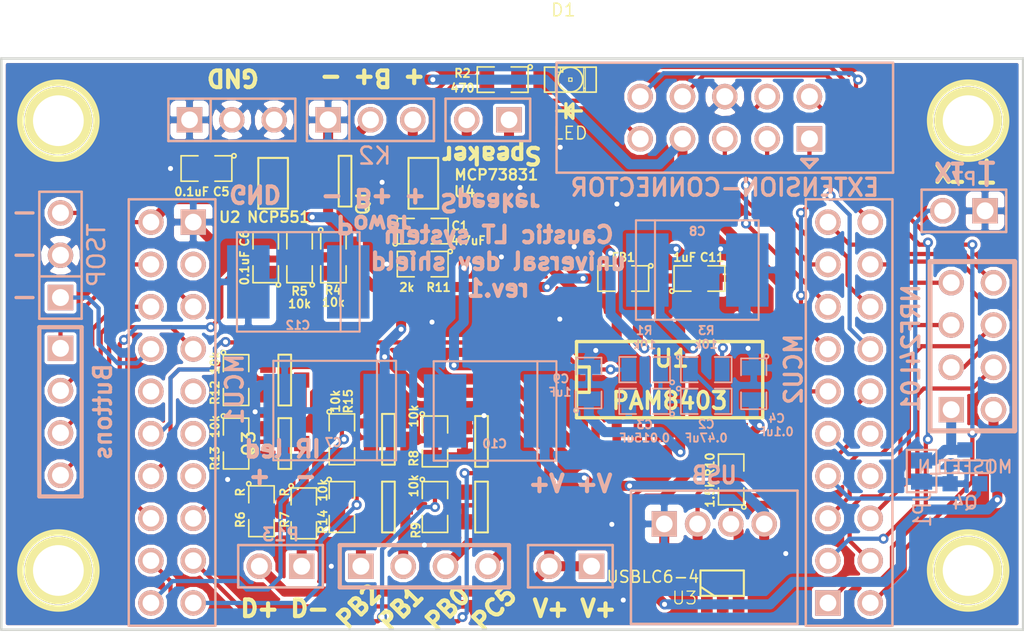
<source format=kicad_pcb>
(kicad_pcb (version 3) (host pcbnew "(2013-may-18)-stable")
  (layers (15 F.Cu signal) (0 B.Cu signal) (18 B.Paste user) (19 F.Paste user) (20 B.SilkS user) (21 F.SilkS user) (22 B.Mask user) (23 F.Mask user) (28 Edge.Cuts user))
  (net 0 "")
  (net 1 +3.3V)
  (net 2 GND)
  (net 3 N-000001)
  (net 4 N-0000010)
  (net 5 N-0000011)
  (net 6 N-0000012)
  (net 7 N-0000013)
  (net 8 N-0000014)
  (net 9 N-0000015)
  (net 10 N-0000017)
  (net 11 N-0000018)
  (net 12 N-0000019)
  (net 13 N-000002)
  (net 14 N-0000020)
  (net 15 N-0000021)
  (net 16 N-0000022)
  (net 17 N-0000023)
  (net 18 N-0000025)
  (net 19 N-0000026)
  (net 20 N-0000027)
  (net 21 N-0000028)
  (net 22 N-0000029)
  (net 23 N-000003)
  (net 24 N-0000030)
  (net 25 N-0000031)
  (net 26 N-0000032)
  (net 27 N-0000033)
  (net 28 N-0000034)
  (net 29 N-0000035)
  (net 30 N-0000038)
  (net 31 N-0000039)
  (net 32 N-000004)
  (net 33 N-0000040)
  (net 34 N-0000041)
  (net 35 N-0000042)
  (net 36 N-0000043)
  (net 37 N-0000044)
  (net 38 N-0000045)
  (net 39 N-0000046)
  (net 40 N-0000047)
  (net 41 N-0000048)
  (net 42 N-0000049)
  (net 43 N-000005)
  (net 44 N-0000050)
  (net 45 N-0000051)
  (net 46 N-0000052)
  (net 47 N-0000053)
  (net 48 N-0000059)
  (net 49 N-000006)
  (net 50 N-0000064)
  (net 51 N-0000065)
  (net 52 N-000007)
  (net 53 N-000008)
  (net 54 N-000009)
  (net 55 VCC)
  (module c_tant_E (layer B.Cu) (at 75.2602 58.9788)
    (fp_text reference C7 (at -0.0889 1.9177) (layer B.SilkS) (effects (font (size 0.50038 0.50038) (thickness 0.11938)) (justify mirror)))
    (fp_text value CP1 hide)
    (pad 1 smd rect (at 2.99974 0) (size 2.55016 4.39928) (layers B.Cu B.Paste B.Mask) (net 55 VCC))
    (pad 2 smd rect (at -2.99974 0) (size 2.55016 4.39928) (layers B.Cu B.Paste B.Mask) (net 2 GND))
  )
  (module SOT23GDS (layer F.Cu) (at 75.8825 45.212 90)
    (fp_text reference Q1 (at -1.27 1.0795 90) (layer F.SilkS) (effects (font (size 0.762 0.762) (thickness 0.12954))))
    (fp_text value MOSFET_P hide)
    (pad S smd rect (at -0.889 -1.016 90) (size 0.9144 0.9144) (layers F.Cu F.Paste F.Mask) (net 55 VCC))
    (pad G smd rect (at 0.889 -1.016 90) (size 0.9144 0.9144) (layers F.Cu F.Paste F.Mask) (net 2 GND))
    (pad D smd rect (at 0 1.016 90) (size 0.9144 0.9144) (layers F.Cu F.Paste F.Mask) (net 17 N-0000023))
  )
  (module SO16N (layer F.Cu) (at 95.365 57.125)
    (fp_text reference U1 (at 0.127 -1.27) (layer F.SilkS) (effects (font (size 1.016 1.016) (thickness 0.2032))))
    (fp_text value PAM8403 (at 0 1.27) (layer F.SilkS) (effects (font (size 1.016 1.016) (thickness 0.2032))))
    (pad 16 smd rect (at -4.445 -3.175) (size 0.508 1.143) (layers F.Cu F.Paste F.Mask) (net 43 N-000005))
    (pad 14 smd rect (at -1.905 -3.175) (size 0.508 1.143) (layers F.Cu F.Paste F.Mask) (net 49 N-000006))
    (pad 13 smd rect (at -0.635 -3.175) (size 0.508 1.143) (layers F.Cu F.Paste F.Mask) (net 19 N-0000026))
    (pad 12 smd rect (at 0.635 -3.175) (size 0.508 1.143) (layers F.Cu F.Paste F.Mask) (net 19 N-0000026))
    (pad 11 smd rect (at 1.905 -3.175) (size 0.508 1.143) (layers F.Cu F.Paste F.Mask) (net 2 GND))
    (pad 10 smd rect (at 3.175 -3.175) (size 0.508 1.143) (layers F.Cu F.Paste F.Mask) (net 53 N-000008))
    (pad 9 smd rect (at 4.445 -3.175) (size 0.508 1.143) (layers F.Cu F.Paste F.Mask) (net 2 GND))
    (pad 8 smd rect (at 4.445 3.175) (size 0.508 1.143) (layers F.Cu F.Paste F.Mask) (net 10 N-0000017))
    (pad 7 smd rect (at 3.175 3.175) (size 0.508 1.143) (layers F.Cu F.Paste F.Mask))
    (pad 6 smd rect (at 1.905 3.175) (size 0.508 1.143) (layers F.Cu F.Paste F.Mask) (net 19 N-0000026))
    (pad 5 smd rect (at 0.635 3.175) (size 0.508 1.143) (layers F.Cu F.Paste F.Mask) (net 19 N-0000026))
    (pad 4 smd rect (at -0.635 3.175) (size 0.508 1.143) (layers F.Cu F.Paste F.Mask) (net 19 N-0000026))
    (pad 3 smd rect (at -1.905 3.175) (size 0.508 1.143) (layers F.Cu F.Paste F.Mask))
    (pad 2 smd rect (at -3.175 3.175) (size 0.508 1.143) (layers F.Cu F.Paste F.Mask) (net 2 GND))
    (pad 1 smd rect (at -4.445 3.175) (size 0.508 1.143) (layers F.Cu F.Paste F.Mask))
    (pad 15 smd rect (at -3.175 -3.175) (size 0.508 1.143) (layers F.Cu F.Paste F.Mask) (net 2 GND))
  )
  (module SM0805 (layer B.Cu) (at 97.565 56.525)
    (fp_text reference R3 (at 0 -2.35) (layer B.SilkS) (effects (font (size 0.50038 0.50038) (thickness 0.10922)) (justify mirror)))
    (fp_text value 10k (at 0 -1.525) (layer B.SilkS) (effects (font (size 0.50038 0.50038) (thickness 0.10922)) (justify mirror)))
    (pad 1 smd rect (at -0.9525 0) (size 0.889 1.397) (layers B.Cu B.Paste B.Mask) (net 3 N-000001))
    (pad 2 smd rect (at 0.9525 0) (size 0.889 1.397) (layers B.Cu B.Paste B.Mask) (net 53 N-000008))
  )
  (module SM0805 (layer B.Cu) (at 93.865 58.425 180)
    (fp_text reference C3 (at 0 -1.4 180) (layer B.SilkS) (effects (font (size 0.50038 0.50038) (thickness 0.10922)) (justify mirror)))
    (fp_text value 0.015uF (at 0 -2.2 180) (layer B.SilkS) (effects (font (size 0.50038 0.50038) (thickness 0.10922)) (justify mirror)))
    (pad 1 smd rect (at -0.9525 0 180) (size 0.889 1.397) (layers B.Cu B.Paste B.Mask) (net 8 N-0000014))
    (pad 2 smd rect (at 0.9525 0 180) (size 0.889 1.397) (layers B.Cu B.Paste B.Mask) (net 2 GND))
  )
  (module SM0805 (layer B.Cu) (at 93.865 56.525 180)
    (fp_text reference R1 (at 0.025 2.35 180) (layer B.SilkS) (effects (font (size 0.50038 0.50038) (thickness 0.10922)) (justify mirror)))
    (fp_text value 10k (at 0 1.5 180) (layer B.SilkS) (effects (font (size 0.50038 0.50038) (thickness 0.10922)) (justify mirror)))
    (pad 1 smd rect (at -0.9525 0 180) (size 0.889 1.397) (layers B.Cu B.Paste B.Mask) (net 8 N-0000014))
    (pad 2 smd rect (at 0.9525 0 180) (size 0.889 1.397) (layers B.Cu B.Paste B.Mask) (net 54 N-000009))
  )
  (module SM0805 (layer B.Cu) (at 97.565 58.425)
    (fp_text reference C2 (at 0 1.375) (layer B.SilkS) (effects (font (size 0.50038 0.50038) (thickness 0.10922)) (justify mirror)))
    (fp_text value 0.47uF (at 0 2.2) (layer B.SilkS) (effects (font (size 0.50038 0.50038) (thickness 0.10922)) (justify mirror)))
    (pad 1 smd rect (at -0.9525 0) (size 0.889 1.397) (layers B.Cu B.Paste B.Mask) (net 8 N-0000014))
    (pad 2 smd rect (at 0.9525 0) (size 0.889 1.397) (layers B.Cu B.Paste B.Mask) (net 3 N-000001))
  )
  (module SM0805 (layer F.Cu) (at 97.155 51.054)
    (fp_text reference C11 (at 0.762 -1.27) (layer F.SilkS) (effects (font (size 0.50038 0.50038) (thickness 0.10922))))
    (fp_text value 1uF (at -0.889 -1.27) (layer F.SilkS) (effects (font (size 0.50038 0.50038) (thickness 0.10922))))
    (pad 1 smd rect (at -0.9525 0) (size 0.889 1.397) (layers F.Cu F.Paste F.Mask) (net 19 N-0000026))
    (pad 2 smd rect (at 0.9525 0) (size 0.889 1.397) (layers F.Cu F.Paste F.Mask) (net 2 GND))
  )
  (module SM0805 (layer B.Cu) (at 90.515 57.325 90)
    (fp_text reference C9 (at 0.25 -1.675 180) (layer B.SilkS) (effects (font (size 0.50038 0.50038) (thickness 0.10922)) (justify mirror)))
    (fp_text value 1uF (at -0.55 -1.725 180) (layer B.SilkS) (effects (font (size 0.50038 0.50038) (thickness 0.10922)) (justify mirror)))
    (pad 1 smd rect (at -0.9525 0 90) (size 0.889 1.397) (layers B.Cu B.Paste B.Mask) (net 19 N-0000026))
    (pad 2 smd rect (at 0.9525 0 90) (size 0.889 1.397) (layers B.Cu B.Paste B.Mask) (net 2 GND))
  )
  (module SM0805 (layer B.Cu) (at 100.415 57.375 270)
    (fp_text reference C4 (at 2.075 -1.375 360) (layer B.SilkS) (effects (font (size 0.50038 0.50038) (thickness 0.10922)) (justify mirror)))
    (fp_text value 0.1uF (at 2.875 -1.35 360) (layer B.SilkS) (effects (font (size 0.50038 0.50038) (thickness 0.10922)) (justify mirror)))
    (pad 1 smd rect (at -0.9525 0 270) (size 0.889 1.397) (layers B.Cu B.Paste B.Mask) (net 2 GND))
    (pad 2 smd rect (at 0.9525 0 270) (size 0.889 1.397) (layers B.Cu B.Paste B.Mask) (net 10 N-0000017))
  )
  (module SM0805 (layer F.Cu) (at 75.184 49.784 270)
    (fp_text reference R4 (at 1.975 0.025 360) (layer F.SilkS) (effects (font (size 0.50038 0.50038) (thickness 0.10922))))
    (fp_text value 10k (at 2.7 0 360) (layer F.SilkS) (effects (font (size 0.50038 0.50038) (thickness 0.10922))))
    (pad 1 smd rect (at -0.9525 0 270) (size 0.889 1.397) (layers F.Cu F.Paste F.Mask) (net 55 VCC))
    (pad 2 smd rect (at 0.9525 0 270) (size 0.889 1.397) (layers F.Cu F.Paste F.Mask) (net 50 N-0000064))
  )
  (module SM0805 (layer F.Cu) (at 73.152 49.784 90)
    (fp_text reference R5 (at -2.032 0 180) (layer F.SilkS) (effects (font (size 0.50038 0.50038) (thickness 0.10922))))
    (fp_text value 10k (at -2.794 0 180) (layer F.SilkS) (effects (font (size 0.50038 0.50038) (thickness 0.10922))))
    (pad 1 smd rect (at -0.9525 0 90) (size 0.889 1.397) (layers F.Cu F.Paste F.Mask) (net 50 N-0000064))
    (pad 2 smd rect (at 0.9525 0 90) (size 0.889 1.397) (layers F.Cu F.Paste F.Mask) (net 2 GND))
  )
  (module PIN_ARRAY_3X1 (layer B.Cu) (at 69.088 41.529)
    (fp_text reference K1 hide)
    (fp_text value CONN_3 hide)
    (pad 1 thru_hole rect (at -2.54 0) (size 1.524 1.524) (drill 1) (layers *.Cu *.Mask B.SilkS) (net 2 GND))
    (pad 2 thru_hole circle (at 0 0) (size 1.524 1.524) (drill 1) (layers *.Cu *.Mask B.SilkS) (net 2 GND))
    (pad 3 thru_hole circle (at 2.54 0) (size 1.524 1.524) (drill 1) (layers *.Cu *.Mask B.SilkS) (net 2 GND))
  )
  (module PIN_ARRAY_2X1 (layer B.Cu) (at 84.455 41.529 180)
    (fp_text reference P5 hide)
    (fp_text value Speaker2 hide)
    (pad 1 thru_hole rect (at -1.27 0 180) (size 1.524 1.524) (drill 1) (layers *.Cu *.Mask B.SilkS) (net 49 N-000006))
    (pad 2 thru_hole circle (at 1.27 0 180) (size 1.524 1.524) (drill 1) (layers *.Cu *.Mask B.SilkS) (net 43 N-000005))
  )
  (module pin_array_10x2 (layer B.Cu) (at 65.5 59.1 270)
    (fp_text reference P2 hide)
    (fp_text value MCU1 (at -1.4 -3.75 270) (layer B.SilkS) (effects (font (size 1.016 1.016) (thickness 0.2032)) (justify mirror)))
    (pad 1 thru_hole rect (at -11.43 -1.27 270) (size 1.524 1.524) (drill 1) (layers *.Cu *.Mask B.SilkS) (net 2 GND))
    (pad 2 thru_hole circle (at -11.43 1.27 270) (size 1.524 1.524) (drill 1) (layers *.Cu *.Mask B.SilkS) (net 1 +3.3V))
    (pad 3 thru_hole circle (at -8.89 -1.27 270) (size 1.524 1.524) (drill 1) (layers *.Cu *.Mask B.SilkS))
    (pad 4 thru_hole circle (at -8.89 1.27 270) (size 1.524 1.524) (drill 1) (layers *.Cu *.Mask B.SilkS) (net 32 N-000004))
    (pad 5 thru_hole circle (at -6.35 -1.27 270) (size 1.524 1.524) (drill 1) (layers *.Cu *.Mask B.SilkS) (net 23 N-000003))
    (pad 6 thru_hole circle (at -6.35 1.27 270) (size 1.524 1.524) (drill 1) (layers *.Cu *.Mask B.SilkS) (net 13 N-000002))
    (pad 7 thru_hole circle (at -3.81 -1.27 270) (size 1.524 1.524) (drill 1) (layers *.Cu *.Mask B.SilkS) (net 52 N-000007))
    (pad 8 thru_hole circle (at -3.81 1.27 270) (size 1.524 1.524) (drill 1) (layers *.Cu *.Mask B.SilkS) (net 29 N-0000035))
    (pad 9 thru_hole circle (at -1.27 -1.27 270) (size 1.524 1.524) (drill 1) (layers *.Cu *.Mask B.SilkS))
    (pad 10 thru_hole circle (at -1.27 1.27 270) (size 1.524 1.524) (drill 1) (layers *.Cu *.Mask B.SilkS))
    (pad 11 thru_hole circle (at 1.27 -1.27 270) (size 1.524 1.524) (drill 1) (layers *.Cu *.Mask B.SilkS))
    (pad 12 thru_hole circle (at 1.27 1.27 270) (size 1.524 1.524) (drill 1) (layers *.Cu *.Mask B.SilkS) (net 54 N-000009))
    (pad 13 thru_hole circle (at 3.81 -1.27 270) (size 1.524 1.524) (drill 1) (layers *.Cu *.Mask B.SilkS))
    (pad 14 thru_hole circle (at 3.81 1.27 270) (size 1.524 1.524) (drill 1) (layers *.Cu *.Mask B.SilkS) (net 4 N-0000010))
    (pad 15 thru_hole circle (at 6.35 -1.27 270) (size 1.524 1.524) (drill 1) (layers *.Cu *.Mask B.SilkS) (net 18 N-0000025))
    (pad 16 thru_hole circle (at 6.35 1.27 270) (size 1.524 1.524) (drill 1) (layers *.Cu *.Mask B.SilkS) (net 50 N-0000064))
    (pad 17 thru_hole circle (at 8.89 -1.27 270) (size 1.524 1.524) (drill 1) (layers *.Cu *.Mask B.SilkS) (net 27 N-0000033))
    (pad 18 thru_hole circle (at 8.89 1.27 270) (size 1.524 1.524) (drill 1) (layers *.Cu *.Mask B.SilkS) (net 25 N-0000031))
    (pad 19 thru_hole circle (at 11.43 -1.27 270) (size 1.524 1.524) (drill 1) (layers *.Cu *.Mask B.SilkS) (net 30 N-0000038))
    (pad 20 thru_hole circle (at 11.43 1.27 270) (size 1.524 1.524) (drill 1) (layers *.Cu *.Mask B.SilkS) (net 28 N-0000034))
  )
  (module pin_array_10x2 (layer B.Cu) (at 106.14 59.1 90)
    (fp_text reference P10 hide)
    (fp_text value MCU2 (at 2.6 -3.34 90) (layer B.SilkS) (effects (font (size 1.016 1.016) (thickness 0.2032)) (justify mirror)))
    (pad 1 thru_hole rect (at -11.43 -1.27 90) (size 1.524 1.524) (drill 1) (layers *.Cu *.Mask B.SilkS) (net 45 N-0000051))
    (pad 2 thru_hole circle (at -11.43 1.27 90) (size 1.524 1.524) (drill 1) (layers *.Cu *.Mask B.SilkS) (net 44 N-0000050))
    (pad 3 thru_hole circle (at -8.89 -1.27 90) (size 1.524 1.524) (drill 1) (layers *.Cu *.Mask B.SilkS) (net 38 N-0000045))
    (pad 4 thru_hole circle (at -8.89 1.27 90) (size 1.524 1.524) (drill 1) (layers *.Cu *.Mask B.SilkS) (net 39 N-0000046))
    (pad 5 thru_hole circle (at -6.35 -1.27 90) (size 1.524 1.524) (drill 1) (layers *.Cu *.Mask B.SilkS) (net 41 N-0000048))
    (pad 6 thru_hole circle (at -6.35 1.27 90) (size 1.524 1.524) (drill 1) (layers *.Cu *.Mask B.SilkS) (net 40 N-0000047))
    (pad 7 thru_hole circle (at -3.81 -1.27 90) (size 1.524 1.524) (drill 1) (layers *.Cu *.Mask B.SilkS) (net 26 N-0000032))
    (pad 8 thru_hole circle (at -3.81 1.27 90) (size 1.524 1.524) (drill 1) (layers *.Cu *.Mask B.SilkS))
    (pad 9 thru_hole circle (at -1.27 -1.27 90) (size 1.524 1.524) (drill 1) (layers *.Cu *.Mask B.SilkS) (net 47 N-0000053))
    (pad 10 thru_hole circle (at -1.27 1.27 90) (size 1.524 1.524) (drill 1) (layers *.Cu *.Mask B.SilkS))
    (pad 11 thru_hole circle (at 1.27 -1.27 90) (size 1.524 1.524) (drill 1) (layers *.Cu *.Mask B.SilkS) (net 48 N-0000059))
    (pad 12 thru_hole circle (at 1.27 1.27 90) (size 1.524 1.524) (drill 1) (layers *.Cu *.Mask B.SilkS) (net 51 N-0000065))
    (pad 13 thru_hole circle (at 3.81 -1.27 90) (size 1.524 1.524) (drill 1) (layers *.Cu *.Mask B.SilkS) (net 33 N-0000040))
    (pad 14 thru_hole circle (at 3.81 1.27 90) (size 1.524 1.524) (drill 1) (layers *.Cu *.Mask B.SilkS) (net 34 N-0000041))
    (pad 15 thru_hole circle (at 6.35 -1.27 90) (size 1.524 1.524) (drill 1) (layers *.Cu *.Mask B.SilkS) (net 36 N-0000043))
    (pad 16 thru_hole circle (at 6.35 1.27 90) (size 1.524 1.524) (drill 1) (layers *.Cu *.Mask B.SilkS) (net 35 N-0000042))
    (pad 17 thru_hole circle (at 8.89 -1.27 90) (size 1.524 1.524) (drill 1) (layers *.Cu *.Mask B.SilkS) (net 31 N-0000039))
    (pad 18 thru_hole circle (at 8.89 1.27 90) (size 1.524 1.524) (drill 1) (layers *.Cu *.Mask B.SilkS) (net 37 N-0000044))
    (pad 19 thru_hole circle (at 11.43 -1.27 90) (size 1.524 1.524) (drill 1) (layers *.Cu *.Mask B.SilkS) (net 9 N-0000015))
    (pad 20 thru_hole circle (at 11.43 1.27 90) (size 1.524 1.524) (drill 1) (layers *.Cu *.Mask B.SilkS) (net 46 N-0000052))
  )
  (module SOT23-5 (layer F.Cu) (at 71.5645 45.339 90)
    (fp_text reference U2 (at -2.032 -2.6035 180) (layer F.SilkS) (effects (font (size 0.635 0.635) (thickness 0.127))))
    (fp_text value NCP551 (at -2.032 0.3175 180) (layer F.SilkS) (effects (font (size 0.635 0.635) (thickness 0.127))))
    (pad 1 smd rect (at -0.9525 1.27 90) (size 0.508 0.762) (layers F.Cu F.Paste F.Mask) (net 55 VCC))
    (pad 3 smd rect (at 0.9525 1.27 90) (size 0.508 0.762) (layers F.Cu F.Paste F.Mask) (net 55 VCC))
    (pad 5 smd rect (at -0.9525 -1.27 90) (size 0.508 0.762) (layers F.Cu F.Paste F.Mask) (net 1 +3.3V))
    (pad 2 smd rect (at 0 1.27 90) (size 0.508 0.762) (layers F.Cu F.Paste F.Mask) (net 2 GND))
    (pad 4 smd rect (at 0.9525 -1.27 90) (size 0.508 0.762) (layers F.Cu F.Paste F.Mask))
  )
  (module SOT23_6 (layer F.Cu) (at 98.552 69.342)
    (fp_text reference U3 (at -2.286 0.889) (layer F.SilkS) (effects (font (size 0.762 0.762) (thickness 0.0762))))
    (fp_text value USBLC6-4 (at -4.191 -0.381) (layer F.SilkS) (effects (font (size 0.7 0.7) (thickness 0.1))))
    (pad 6 smd rect (at -0.9525 -1.27) (size 0.70104 1.00076) (layers F.Cu F.Paste F.Mask) (net 48 N-0000059))
    (pad 5 smd rect (at 0 -1.27) (size 0.70104 1.00076) (layers F.Cu F.Paste F.Mask) (net 11 N-0000018))
    (pad 4 smd rect (at 0.9525 -1.27) (size 0.70104 1.00076) (layers F.Cu F.Paste F.Mask) (net 51 N-0000065))
    (pad 3 smd rect (at 0.9525 1.27) (size 0.70104 1.00076) (layers F.Cu F.Paste F.Mask))
    (pad 2 smd rect (at 0 1.27) (size 0.70104 1.00076) (layers F.Cu F.Paste F.Mask) (net 2 GND))
    (pad 1 smd rect (at -0.9525 1.27) (size 0.70104 1.00076) (layers F.Cu F.Paste F.Mask))
  )
  (module SOT23-5 (layer F.Cu) (at 80.5815 45.339 270)
    (fp_text reference U4 (at 0.508 -2.4765 360) (layer F.SilkS) (effects (font (size 0.635 0.635) (thickness 0.127))))
    (fp_text value MCP73831 (at -0.508 -4.3815 360) (layer F.SilkS) (effects (font (size 0.635 0.635) (thickness 0.127))))
    (pad 1 smd rect (at -0.9525 1.27 270) (size 0.508 0.762) (layers F.Cu F.Paste F.Mask) (net 15 N-0000021))
    (pad 3 smd rect (at 0.9525 1.27 270) (size 0.508 0.762) (layers F.Cu F.Paste F.Mask) (net 12 N-0000019))
    (pad 5 smd rect (at -0.9525 -1.27 270) (size 0.508 0.762) (layers F.Cu F.Paste F.Mask) (net 14 N-0000020))
    (pad 2 smd rect (at 0 1.27 270) (size 0.508 0.762) (layers F.Cu F.Paste F.Mask) (net 2 GND))
    (pad 4 smd rect (at 0.9525 -1.27 270) (size 0.508 0.762) (layers F.Cu F.Paste F.Mask) (net 11 N-0000018))
  )
  (module SM0805 (layer F.Cu) (at 92.583 51.054 180)
    (fp_text reference FB1 (at 0 1.27 180) (layer F.SilkS) (effects (font (size 0.50038 0.50038) (thickness 0.10922))))
    (fp_text value FILTER hide)
    (pad 1 smd rect (at -0.9525 0 180) (size 0.889 1.397) (layers F.Cu F.Paste F.Mask) (net 19 N-0000026))
    (pad 2 smd rect (at 0.9525 0 180) (size 0.889 1.397) (layers F.Cu F.Paste F.Mask) (net 55 VCC))
  )
  (module SM0805 (layer F.Cu) (at 71.12 49.784 90)
    (fp_text reference C6 (at 1.143 -1.27 90) (layer F.SilkS) (effects (font (size 0.50038 0.50038) (thickness 0.10922))))
    (fp_text value 0.1uF (at -0.635 -1.27 90) (layer F.SilkS) (effects (font (size 0.50038 0.50038) (thickness 0.10922))))
    (pad 1 smd rect (at -0.9525 0 90) (size 0.889 1.397) (layers F.Cu F.Paste F.Mask) (net 50 N-0000064))
    (pad 2 smd rect (at 0.9525 0 90) (size 0.889 1.397) (layers F.Cu F.Paste F.Mask) (net 2 GND))
  )
  (module SM0805 (layer F.Cu) (at 99.06 63.119 90)
    (fp_text reference R10 (at 0.889 -1.27 90) (layer F.SilkS) (effects (font (size 0.50038 0.50038) (thickness 0.10922))))
    (fp_text value 1.5k (at -0.889 -1.27 90) (layer F.SilkS) (effects (font (size 0.50038 0.50038) (thickness 0.10922))))
    (pad 1 smd rect (at -0.9525 0 90) (size 0.889 1.397) (layers F.Cu F.Paste F.Mask) (net 51 N-0000065))
    (pad 2 smd rect (at 0.9525 0 90) (size 0.889 1.397) (layers F.Cu F.Paste F.Mask) (net 1 +3.3V))
  )
  (module SM0805 (layer F.Cu) (at 80.5434 48.2092)
    (fp_text reference C1 (at 2.2225 -0.3175) (layer F.SilkS) (effects (font (size 0.50038 0.50038) (thickness 0.10922))))
    (fp_text value 4.7uF (at 2.7305 0.5715) (layer F.SilkS) (effects (font (size 0.50038 0.50038) (thickness 0.10922))))
    (pad 1 smd rect (at -0.9525 0) (size 0.889 1.397) (layers F.Cu F.Paste F.Mask) (net 12 N-0000019))
    (pad 2 smd rect (at 0.9525 0) (size 0.889 1.397) (layers F.Cu F.Paste F.Mask) (net 14 N-0000020))
  )
  (module SM0805 (layer F.Cu) (at 85.344 39.116 180)
    (fp_text reference R2 (at 2.413 0.381 180) (layer F.SilkS) (effects (font (size 0.50038 0.50038) (thickness 0.10922))))
    (fp_text value 470 (at 2.413 -0.508 180) (layer F.SilkS) (effects (font (size 0.50038 0.50038) (thickness 0.10922))))
    (pad 1 smd rect (at -0.9525 0 180) (size 0.889 1.397) (layers F.Cu F.Paste F.Mask) (net 16 N-0000022))
    (pad 2 smd rect (at 0.9525 0 180) (size 0.889 1.397) (layers F.Cu F.Paste F.Mask) (net 15 N-0000021))
  )
  (module SM0805 (layer F.Cu) (at 80.5434 50.1904 180)
    (fp_text reference R11 (at -0.9525 -1.397 180) (layer F.SilkS) (effects (font (size 0.50038 0.50038) (thickness 0.10922))))
    (fp_text value 2k (at 0.9525 -1.397 180) (layer F.SilkS) (effects (font (size 0.50038 0.50038) (thickness 0.10922))))
    (pad 1 smd rect (at -0.9525 0 180) (size 0.889 1.397) (layers F.Cu F.Paste F.Mask) (net 14 N-0000020))
    (pad 2 smd rect (at 0.9525 0 180) (size 0.889 1.397) (layers F.Cu F.Paste F.Mask) (net 2 GND))
  )
  (module SM0805 (layer F.Cu) (at 67.564 44.45 180)
    (fp_text reference C5 (at -0.889 -1.397 180) (layer F.SilkS) (effects (font (size 0.50038 0.50038) (thickness 0.10922))))
    (fp_text value 0.1uF (at 0.889 -1.397 180) (layer F.SilkS) (effects (font (size 0.50038 0.50038) (thickness 0.10922))))
    (pad 1 smd rect (at -0.9525 0 180) (size 0.889 1.397) (layers F.Cu F.Paste F.Mask) (net 55 VCC))
    (pad 2 smd rect (at 0.9525 0 180) (size 0.889 1.397) (layers F.Cu F.Paste F.Mask) (net 2 GND))
  )
  (module PIN_ARRAY_3X1 (layer B.Cu) (at 77.4065 41.529)
    (fp_text reference K2 (at 0.254 2.159) (layer B.SilkS) (effects (font (size 1.016 1.016) (thickness 0.1524)) (justify mirror)))
    (fp_text value CONN_3 hide)
    (pad 1 thru_hole rect (at -2.54 0) (size 1.524 1.524) (drill 1.016) (layers *.Cu *.Mask B.SilkS) (net 2 GND))
    (pad 2 thru_hole circle (at 0 0) (size 1.524 1.524) (drill 1.016) (layers *.Cu *.Mask B.SilkS) (net 12 N-0000019))
    (pad 3 thru_hole circle (at 2.54 0) (size 1.524 1.524) (drill 1.016) (layers *.Cu *.Mask B.SilkS) (net 17 N-0000023))
  )
  (module PIN_ARRAY-4X1-2mm-horiz (layer B.Cu) (at 98.044 65.786)
    (fp_text reference P1 hide)
    (fp_text value USB (at 0 -2.921) (layer B.SilkS) (effects (font (size 1.016 0.889) (thickness 0.2032)) (justify mirror)))
    (pad 1 thru_hole rect (at -3 0) (size 1.524 1.524) (drill 1) (layers *.Cu *.Mask B.SilkS) (net 2 GND))
    (pad 2 thru_hole circle (at -1 0) (size 1.524 1.524) (drill 1) (layers *.Cu *.Mask B.SilkS) (net 48 N-0000059))
    (pad 3 thru_hole circle (at 1 0) (size 1.524 1.524) (drill 1) (layers *.Cu *.Mask B.SilkS) (net 51 N-0000065))
    (pad 4 thru_hole circle (at 3 0) (size 1.524 1.524) (drill 1) (layers *.Cu *.Mask B.SilkS) (net 11 N-0000018))
  )
  (module pin_array_4x2 (layer B.Cu) (at 113.538 55.118 90)
    (fp_text reference P12 hide)
    (fp_text value NRF24L01 (at -0.127 -3.683 90) (layer B.SilkS) (effects (font (size 1.016 1.016) (thickness 0.2032)) (justify mirror)))
    (pad 1 thru_hole rect (at -3.81 -1.27 90) (size 1.524 1.524) (drill 1.016) (layers *.Cu *.Mask B.SilkS) (net 42 N-0000049))
    (pad 2 thru_hole circle (at -3.81 1.27 90) (size 1.524 1.524) (drill 1.016) (layers *.Cu *.Mask B.SilkS) (net 1 +3.3V))
    (pad 3 thru_hole circle (at -1.27 -1.27 90) (size 1.524 1.524) (drill 1.016) (layers *.Cu *.Mask B.SilkS) (net 37 N-0000044))
    (pad 4 thru_hole circle (at -1.27 1.27 90) (size 1.524 1.524) (drill 1.016) (layers *.Cu *.Mask B.SilkS) (net 38 N-0000045))
    (pad 5 thru_hole circle (at 1.27 -1.27 90) (size 1.524 1.524) (drill 1.016) (layers *.Cu *.Mask B.SilkS) (net 39 N-0000046))
    (pad 6 thru_hole circle (at 1.27 1.27 90) (size 1.524 1.524) (drill 1.016) (layers *.Cu *.Mask B.SilkS) (net 40 N-0000047))
    (pad 7 thru_hole circle (at 3.81 -1.27 90) (size 1.524 1.524) (drill 1.016) (layers *.Cu *.Mask B.SilkS) (net 41 N-0000048))
    (pad 8 thru_hole circle (at 3.81 1.27 90) (size 1.524 1.524) (drill 1.016) (layers *.Cu *.Mask B.SilkS) (net 9 N-0000015))
  )
  (module 1pin (layer F.Cu) (at 113.284 41.58)
    (fp_text reference 1PIN hide)
    (fp_text value P*** hide)
    (pad 1 thru_hole circle (at 0 0) (size 4.064 4.064) (drill 3.048) (layers *.Cu *.Mask F.SilkS))
  )
  (module 1pin (layer F.Cu) (at 113.284 68.58)
    (fp_text reference 1PIN hide)
    (fp_text value P*** hide)
    (pad 1 thru_hole circle (at 0 0) (size 4.064 4.064) (drill 3.048) (layers *.Cu *.Mask F.SilkS))
  )
  (module 1pin (layer F.Cu) (at 58.674 68.58)
    (fp_text reference 1PIN hide)
    (fp_text value P*** hide)
    (pad 1 thru_hole circle (at 0 0) (size 4.064 4.064) (drill 3.048) (layers *.Cu *.Mask F.SilkS))
  )
  (module 1pin (layer F.Cu) (at 58.674 41.58)
    (fp_text reference 1PIN hide)
    (fp_text value P*** hide)
    (pad 1 thru_hole circle (at 0 0) (size 4.064 4.064) (drill 3.048) (layers *.Cu *.Mask F.SilkS))
  )
  (module PIN_ARRAY_5x2_SOCKET (layer B.Cu) (at 98.679 41.402 180)
    (fp_text reference P8 hide)
    (fp_text value EXTENSION-CONNECTOR (at 0 -4.191 180) (layer B.SilkS) (effects (font (size 1.016 1.016) (thickness 0.2032)) (justify mirror)))
    (pad 1 thru_hole rect (at -5.08 -1.27 180) (size 1.524 1.524) (drill 1.016) (layers *.Cu *.Mask B.SilkS) (net 33 N-0000040))
    (pad 2 thru_hole circle (at -5.08 1.27 180) (size 1.524 1.524) (drill 1.016) (layers *.Cu *.Mask B.SilkS) (net 34 N-0000041))
    (pad 3 thru_hole circle (at -2.54 -1.27 180) (size 1.524 1.524) (drill 1.016) (layers *.Cu *.Mask B.SilkS) (net 35 N-0000042))
    (pad 4 thru_hole circle (at -2.54 1.27 180) (size 1.524 1.524) (drill 1.016) (layers *.Cu *.Mask B.SilkS) (net 36 N-0000043))
    (pad 5 thru_hole circle (at 0 -1.27 180) (size 1.524 1.524) (drill 1.016) (layers *.Cu *.Mask B.SilkS) (net 31 N-0000039))
    (pad 6 thru_hole circle (at 0 1.27 180) (size 1.524 1.524) (drill 1.016) (layers *.Cu *.Mask B.SilkS) (net 2 GND))
    (pad 7 thru_hole circle (at 2.54 -1.27 180) (size 1.524 1.524) (drill 1.016) (layers *.Cu *.Mask B.SilkS) (net 1 +3.3V))
    (pad 8 thru_hole circle (at 2.54 1.27 180) (size 1.524 1.524) (drill 1.016) (layers *.Cu *.Mask B.SilkS) (net 46 N-0000052))
    (pad 9 thru_hole circle (at 5.08 -1.27 180) (size 1.524 1.524) (drill 1.016) (layers *.Cu *.Mask B.SilkS) (net 45 N-0000051))
    (pad 10 thru_hole circle (at 5.08 1.27 180) (size 1.524 1.524) (drill 1.016) (layers *.Cu *.Mask B.SilkS) (net 44 N-0000050))
  )
  (module SOT23GDS (layer F.Cu) (at 78.486 60.706 90)
    (fp_text reference Q8 hide)
    (fp_text value MOS_N hide)
    (pad S smd rect (at -0.889 -1.016 90) (size 0.9144 0.9144) (layers F.Cu F.Paste F.Mask) (net 2 GND))
    (pad G smd rect (at 0.889 -1.016 90) (size 0.9144 0.9144) (layers F.Cu F.Paste F.Mask) (net 28 N-0000034))
    (pad D smd rect (at 0 1.016 90) (size 0.9144 0.9144) (layers F.Cu F.Paste F.Mask) (net 20 N-0000027))
  )
  (module LED-1206 (layer F.Cu) (at 89.408 39.116 180)
    (fp_text reference D1 (at 0.4191 4.1783 180) (layer F.SilkS) (effects (font (size 0.762 0.762) (thickness 0.0889))))
    (fp_text value LED (at 0 -3.2131 180) (layer F.SilkS) (effects (font (size 0.762 0.762) (thickness 0.0889))))
    (pad 1 smd rect (at -1.41986 0 180) (size 1.59766 1.80086) (layers F.Cu F.Paste F.Mask) (net 11 N-0000018))
    (pad 2 smd rect (at 1.41986 0 180) (size 1.59766 1.80086) (layers F.Cu F.Paste F.Mask) (net 16 N-0000022))
  )
  (module GS2 (layer B.Cu) (at 110.49 62.611 180)
    (fp_text reference JP1 (at -0.0508 -2.3368 270) (layer B.SilkS) (effects (font (size 1.016 0.762) (thickness 0.127)) (justify mirror)))
    (fp_text value JUMPER hide)
    (pad 1 smd rect (at 0 0.635 180) (size 1.27 0.9652) (layers B.Cu B.Paste B.Mask) (net 42 N-0000049))
    (pad 2 smd rect (at 0 -0.635 180) (size 1.27 0.9652) (layers B.Cu B.Paste B.Mask) (net 2 GND))
  )
  (module c_tant_E (layer B.Cu) (at 84.8868 59.0042)
    (fp_text reference C10 (at -0.0254 1.9685) (layer B.SilkS) (effects (font (size 0.50038 0.50038) (thickness 0.11938)) (justify mirror)))
    (fp_text value CP1 hide)
    (pad 1 smd rect (at 2.99974 0) (size 2.55016 4.39928) (layers B.Cu B.Paste B.Mask) (net 1 +3.3V))
    (pad 2 smd rect (at -2.99974 0) (size 2.55016 4.39928) (layers B.Cu B.Paste B.Mask) (net 2 GND))
  )
  (module c_tant_E (layer B.Cu) (at 97.028 50.546 180)
    (fp_text reference C8 (at 0 2.3241 180) (layer B.SilkS) (effects (font (size 0.50038 0.50038) (thickness 0.11938)) (justify mirror)))
    (fp_text value 470uF hide)
    (pad 1 smd rect (at 2.99974 0 180) (size 2.55016 4.39928) (layers B.Cu B.Paste B.Mask) (net 19 N-0000026))
    (pad 2 smd rect (at -2.99974 0 180) (size 2.55016 4.39928) (layers B.Cu B.Paste B.Mask) (net 2 GND))
  )
  (module c_tant_E (layer B.Cu) (at 73.0758 51.2572)
    (fp_text reference C12 (at -0.0254 2.6035) (layer B.SilkS) (effects (font (size 0.50038 0.50038) (thickness 0.11938)) (justify mirror)))
    (fp_text value CP1 hide)
    (pad 1 smd rect (at 2.99974 0) (size 2.55016 4.39928) (layers B.Cu B.Paste B.Mask) (net 1 +3.3V))
    (pad 2 smd rect (at -2.99974 0) (size 2.55016 4.39928) (layers B.Cu B.Paste B.Mask) (net 2 GND))
  )
  (module PIN_ARRAY_3X1 (layer B.Cu) (at 58.801 49.657 90)
    (fp_text reference K3 hide)
    (fp_text value TSOP (at 0 2.159 90) (layer B.SilkS) (effects (font (size 1.016 1.016) (thickness 0.1524)) (justify mirror)))
    (pad 1 thru_hole rect (at -2.54 0 90) (size 1.524 1.524) (drill 1.016) (layers *.Cu *.Mask B.SilkS) (net 29 N-0000035))
    (pad 2 thru_hole circle (at 0 0 90) (size 1.524 1.524) (drill 1.016) (layers *.Cu *.Mask B.SilkS) (net 2 GND))
    (pad 3 thru_hole circle (at 2.54 0 90) (size 1.524 1.524) (drill 1.016) (layers *.Cu *.Mask B.SilkS) (net 1 +3.3V))
  )
  (module SOT23GDS (layer F.Cu) (at 72.263 57.15 90)
    (fp_text reference Q2 hide)
    (fp_text value MOS_N hide)
    (pad S smd rect (at -0.889 -1.016 90) (size 0.9144 0.9144) (layers F.Cu F.Paste F.Mask) (net 2 GND))
    (pad G smd rect (at 0.889 -1.016 90) (size 0.9144 0.9144) (layers F.Cu F.Paste F.Mask) (net 4 N-0000010))
    (pad D smd rect (at 0 1.016 90) (size 0.9144 0.9144) (layers F.Cu F.Paste F.Mask) (net 7 N-0000013))
  )
  (module SOT23GDS (layer F.Cu) (at 78.486 64.77 90)
    (fp_text reference Q7 hide)
    (fp_text value MOS_N hide)
    (pad S smd rect (at -0.889 -1.016 90) (size 0.9144 0.9144) (layers F.Cu F.Paste F.Mask) (net 2 GND))
    (pad G smd rect (at 0.889 -1.016 90) (size 0.9144 0.9144) (layers F.Cu F.Paste F.Mask) (net 30 N-0000038))
    (pad D smd rect (at 0 1.016 90) (size 0.9144 0.9144) (layers F.Cu F.Paste F.Mask) (net 21 N-0000028))
  )
  (module SOT23GDS (layer F.Cu) (at 84.074 64.77 90)
    (fp_text reference Q6 hide)
    (fp_text value MOS_N hide)
    (pad S smd rect (at -0.889 -1.016 90) (size 0.9144 0.9144) (layers F.Cu F.Paste F.Mask) (net 2 GND))
    (pad G smd rect (at 0.889 -1.016 90) (size 0.9144 0.9144) (layers F.Cu F.Paste F.Mask) (net 25 N-0000031))
    (pad D smd rect (at 0 1.016 90) (size 0.9144 0.9144) (layers F.Cu F.Paste F.Mask) (net 22 N-0000029))
  )
  (module SOT23GDS (layer F.Cu) (at 84.074 60.833 90)
    (fp_text reference Q5 hide)
    (fp_text value MOS_N hide)
    (pad S smd rect (at -0.889 -1.016 90) (size 0.9144 0.9144) (layers F.Cu F.Paste F.Mask) (net 2 GND))
    (pad G smd rect (at 0.889 -1.016 90) (size 0.9144 0.9144) (layers F.Cu F.Paste F.Mask) (net 27 N-0000033))
    (pad D smd rect (at 0 1.016 90) (size 0.9144 0.9144) (layers F.Cu F.Paste F.Mask) (net 24 N-0000030))
  )
  (module SOT23GDS (layer B.Cu) (at 113.0935 62.357)
    (fp_text reference Q4 (at 0 2.159) (layer B.SilkS) (effects (font (size 0.762 0.762) (thickness 0.12954)) (justify mirror)))
    (fp_text value MOSFET_N (at 0 0) (layer B.SilkS) (effects (font (size 0.762 0.762) (thickness 0.12954)) (justify mirror)))
    (pad S smd rect (at -0.889 1.016) (size 0.9144 0.9144) (layers B.Cu B.Paste B.Mask) (net 2 GND))
    (pad G smd rect (at 0.889 1.016) (size 0.9144 0.9144) (layers B.Cu B.Paste B.Mask) (net 26 N-0000032))
    (pad D smd rect (at 0 -1.016) (size 0.9144 0.9144) (layers B.Cu B.Paste B.Mask) (net 42 N-0000049))
  )
  (module SOT23GDS (layer F.Cu) (at 72.263 60.96 90)
    (fp_text reference Q3 (at 0 -2.159 90) (layer F.SilkS) (effects (font (size 0.762 0.762) (thickness 0.12954))))
    (fp_text value MOS_N hide)
    (pad S smd rect (at -0.889 -1.016 90) (size 0.9144 0.9144) (layers F.Cu F.Paste F.Mask) (net 2 GND))
    (pad G smd rect (at 0.889 -1.016 90) (size 0.9144 0.9144) (layers F.Cu F.Paste F.Mask) (net 18 N-0000025))
    (pad D smd rect (at 0 1.016 90) (size 0.9144 0.9144) (layers F.Cu F.Paste F.Mask) (net 6 N-0000012))
  )
  (module SM0805 (layer F.Cu) (at 69.342 60.96 270)
    (fp_text reference R13 (at 0.889 1.27 270) (layer F.SilkS) (effects (font (size 0.50038 0.50038) (thickness 0.10922))))
    (fp_text value 10k (at -1.016 1.27 270) (layer F.SilkS) (effects (font (size 0.50038 0.50038) (thickness 0.10922))))
    (pad 1 smd rect (at -0.9525 0 270) (size 0.889 1.397) (layers F.Cu F.Paste F.Mask) (net 18 N-0000025))
    (pad 2 smd rect (at 0.9525 0 270) (size 0.889 1.397) (layers F.Cu F.Paste F.Mask) (net 2 GND))
  )
  (module SM0805 (layer F.Cu) (at 69.342 57.15 270)
    (fp_text reference R12 (at 0.762 1.27 270) (layer F.SilkS) (effects (font (size 0.50038 0.50038) (thickness 0.10922))))
    (fp_text value 10k (at -1.016 1.27 270) (layer F.SilkS) (effects (font (size 0.50038 0.50038) (thickness 0.10922))))
    (pad 1 smd rect (at -0.9525 0 270) (size 0.889 1.397) (layers F.Cu F.Paste F.Mask) (net 4 N-0000010))
    (pad 2 smd rect (at 0.9525 0 270) (size 0.889 1.397) (layers F.Cu F.Paste F.Mask) (net 2 GND))
  )
  (module SM0805 (layer F.Cu) (at 70.866 65.024 270)
    (fp_text reference R6 (at 0.508 1.27 270) (layer F.SilkS) (effects (font (size 0.50038 0.50038) (thickness 0.10922))))
    (fp_text value R (at -1.143 1.27 270) (layer F.SilkS) (effects (font (size 0.50038 0.50038) (thickness 0.10922))))
    (pad 1 smd rect (at -0.9525 0 270) (size 0.889 1.397) (layers F.Cu F.Paste F.Mask) (net 7 N-0000013))
    (pad 2 smd rect (at 0.9525 0 270) (size 0.889 1.397) (layers F.Cu F.Paste F.Mask) (net 5 N-0000011))
  )
  (module SM0805 (layer F.Cu) (at 73.406 65.151 270)
    (fp_text reference R7 (at 0.381 1.143 270) (layer F.SilkS) (effects (font (size 0.50038 0.50038) (thickness 0.10922))))
    (fp_text value R (at -1.27 1.143 270) (layer F.SilkS) (effects (font (size 0.50038 0.50038) (thickness 0.10922))))
    (pad 1 smd rect (at -0.9525 0 270) (size 0.889 1.397) (layers F.Cu F.Paste F.Mask) (net 6 N-0000012))
    (pad 2 smd rect (at 0.9525 0 270) (size 0.889 1.397) (layers F.Cu F.Paste F.Mask) (net 5 N-0000011))
  )
  (module SM0805 (layer F.Cu) (at 81.28 60.833 270)
    (fp_text reference R8 (at 1.016 1.27 270) (layer F.SilkS) (effects (font (size 0.50038 0.50038) (thickness 0.10922))))
    (fp_text value 10k (at -1.524 1.27 270) (layer F.SilkS) (effects (font (size 0.50038 0.50038) (thickness 0.10922))))
    (pad 1 smd rect (at -0.9525 0 270) (size 0.889 1.397) (layers F.Cu F.Paste F.Mask) (net 27 N-0000033))
    (pad 2 smd rect (at 0.9525 0 270) (size 0.889 1.397) (layers F.Cu F.Paste F.Mask) (net 2 GND))
  )
  (module SM0805 (layer F.Cu) (at 81.28 64.77 270)
    (fp_text reference R9 (at 1.397 1.143 270) (layer F.SilkS) (effects (font (size 0.50038 0.50038) (thickness 0.10922))))
    (fp_text value 10k (at -1.27 1.27 270) (layer F.SilkS) (effects (font (size 0.50038 0.50038) (thickness 0.10922))))
    (pad 1 smd rect (at -0.9525 0 270) (size 0.889 1.397) (layers F.Cu F.Paste F.Mask) (net 25 N-0000031))
    (pad 2 smd rect (at 0.9525 0 270) (size 0.889 1.397) (layers F.Cu F.Paste F.Mask) (net 2 GND))
  )
  (module SM0805 (layer F.Cu) (at 75.692 64.77 270)
    (fp_text reference R14 (at 0.889 1.143 270) (layer F.SilkS) (effects (font (size 0.50038 0.50038) (thickness 0.10922))))
    (fp_text value 10k (at -1.016 1.143 270) (layer F.SilkS) (effects (font (size 0.50038 0.50038) (thickness 0.10922))))
    (pad 1 smd rect (at -0.9525 0 270) (size 0.889 1.397) (layers F.Cu F.Paste F.Mask) (net 30 N-0000038))
    (pad 2 smd rect (at 0.9525 0 270) (size 0.889 1.397) (layers F.Cu F.Paste F.Mask) (net 2 GND))
  )
  (module SM0805 (layer F.Cu) (at 75.692 60.706 270)
    (fp_text reference R15 (at -2.286 -0.381 270) (layer F.SilkS) (effects (font (size 0.50038 0.50038) (thickness 0.10922))))
    (fp_text value 10k (at -2.286 0.381 270) (layer F.SilkS) (effects (font (size 0.50038 0.50038) (thickness 0.10922))))
    (pad 1 smd rect (at -0.9525 0 270) (size 0.889 1.397) (layers F.Cu F.Paste F.Mask) (net 28 N-0000034))
    (pad 2 smd rect (at 0.9525 0 270) (size 0.889 1.397) (layers F.Cu F.Paste F.Mask) (net 2 GND))
  )
  (module PIN_ARRAY_4x1 (layer B.Cu) (at 58.801 59.055 270)
    (fp_text reference P3 hide)
    (fp_text value Buttons (at 0 -2.54 270) (layer B.SilkS) (effects (font (size 1.016 1.016) (thickness 0.2032)) (justify mirror)))
    (pad 1 thru_hole rect (at -3.81 0 270) (size 1.524 1.524) (drill 1.016) (layers *.Cu *.Mask B.SilkS) (net 32 N-000004))
    (pad 2 thru_hole circle (at -1.27 0 270) (size 1.524 1.524) (drill 1.016) (layers *.Cu *.Mask B.SilkS) (net 23 N-000003))
    (pad 3 thru_hole circle (at 1.27 0 270) (size 1.524 1.524) (drill 1.016) (layers *.Cu *.Mask B.SilkS) (net 13 N-000002))
    (pad 4 thru_hole circle (at 3.81 0 270) (size 1.524 1.524) (drill 1.016) (layers *.Cu *.Mask B.SilkS) (net 52 N-000007))
  )
  (module PIN_ARRAY_2X1 (layer B.Cu) (at 89.408 68.326 180)
    (fp_text reference P4 hide)
    (fp_text value VCC hide)
    (pad 1 thru_hole rect (at -1.27 0 180) (size 1.524 1.524) (drill 1.016) (layers *.Cu *.Mask B.SilkS) (net 55 VCC))
    (pad 2 thru_hole circle (at 1.27 0 180) (size 1.524 1.524) (drill 1.016) (layers *.Cu *.Mask B.SilkS) (net 55 VCC))
  )
  (module PIN_ARRAY_2X1 (layer B.Cu) (at 113.03 46.99 180)
    (fp_text reference P7 (at 0 1.905 180) (layer B.SilkS) (effects (font (size 0.762 0.762) (thickness 0.1524)) (justify mirror)))
    (fp_text value UART1 hide)
    (pad 1 thru_hole rect (at -1.27 0 180) (size 1.524 1.524) (drill 1.016) (layers *.Cu *.Mask B.SilkS) (net 2 GND))
    (pad 2 thru_hole circle (at 1.27 0 180) (size 1.524 1.524) (drill 1.016) (layers *.Cu *.Mask B.SilkS) (net 47 N-0000053))
  )
  (module PIN_ARRAY_2X1 (layer B.Cu) (at 72.009 68.326 180)
    (fp_text reference P13 (at 0 1.905 180) (layer B.SilkS) (effects (font (size 0.762 0.762) (thickness 0.1524)) (justify mirror)))
    (fp_text value IR_LED hide)
    (pad 1 thru_hole rect (at -1.27 0 180) (size 1.524 1.524) (drill 1.016) (layers *.Cu *.Mask B.SilkS) (net 5 N-0000011))
    (pad 2 thru_hole circle (at 1.27 0 180) (size 1.524 1.524) (drill 1.016) (layers *.Cu *.Mask B.SilkS) (net 55 VCC))
  )
  (module PIN_ARRAY_4x1 (layer B.Cu) (at 80.645 68.326)
    (fp_text reference P9 hide)
    (fp_text value MOSFET hide)
    (pad 1 thru_hole rect (at -3.81 0) (size 1.524 1.524) (drill 1.016) (layers *.Cu *.Mask B.SilkS) (net 20 N-0000027))
    (pad 2 thru_hole circle (at -1.27 0) (size 1.524 1.524) (drill 1.016) (layers *.Cu *.Mask B.SilkS) (net 21 N-0000028))
    (pad 3 thru_hole circle (at 1.27 0) (size 1.524 1.524) (drill 1.016) (layers *.Cu *.Mask B.SilkS) (net 22 N-0000029))
    (pad 4 thru_hole circle (at 3.81 0) (size 1.524 1.524) (drill 1.016) (layers *.Cu *.Mask B.SilkS) (net 24 N-0000030))
  )
  (gr_text PC5 (at 84.836 70.866 45) (layer F.SilkS) (effects (font (size 1 1) (thickness 0.25))))
  (gr_text PB0 (at 82.042 70.866 45) (layer F.SilkS) (effects (font (size 1 1) (thickness 0.25))))
  (gr_text PB1 (at 79.248 70.866 45) (layer F.SilkS) (effects (font (size 1 1) (thickness 0.25))))
  (gr_text PB2 (at 76.708 70.739 45) (layer F.SilkS) (effects (font (size 1 1) (thickness 0.25))))
  (gr_line (start 57.15 52.197) (end 56.134 52.197) (angle 90) (layer B.SilkS) (width 0.2))
  (gr_line (start 57.15 49.657) (end 56.134 49.657) (angle 90) (layer B.SilkS) (width 0.2))
  (gr_line (start 56.134 47.117) (end 57.15 47.117) (angle 90) (layer B.SilkS) (width 0.2))
  (gr_text "⏊ TX" (at 113.157 44.704 180) (layer F.SilkS) (effects (font (size 1 1) (thickness 0.25))))
  (gr_text "D+ D-" (at 72.263 70.866) (layer F.SilkS) (effects (font (size 1 1) (thickness 0.25))))
  (gr_text "V+ V+" (at 89.662 70.866) (layer F.SilkS) (effects (font (size 1 1) (thickness 0.25))))
  (gr_text GND (at 69.1515 39.0144 180) (layer F.SilkS) (effects (font (size 1 1) (thickness 0.25))))
  (gr_text "+ B+ -" (at 77.5335 39.0144 180) (layer F.SilkS) (effects (font (size 1 1) (thickness 0.25))))
  (gr_text Speaker (at 84.6963 43.6626 180) (layer F.SilkS) (effects (font (size 1 1) (thickness 0.25))))
  (gr_line (start 88.5825 40.9956) (end 90.0684 40.9956) (angle 90) (layer F.SilkS) (width 0.2))
  (gr_line (start 89.1413 41.0083) (end 89.1413 40.9829) (angle 90) (layer F.SilkS) (width 0.2))
  (gr_line (start 89.5604 41.4274) (end 89.1413 41.0083) (angle 90) (layer F.SilkS) (width 0.2))
  (gr_line (start 89.5604 40.5765) (end 89.5604 41.4274) (angle 90) (layer F.SilkS) (width 0.2))
  (gr_line (start 89.1413 40.9956) (end 89.5604 40.5765) (angle 90) (layer F.SilkS) (width 0.2))
  (gr_line (start 89.1413 40.5638) (end 89.1413 41.402) (angle 90) (layer F.SilkS) (width 0.2))
  (gr_line (start 103.759 44.3738) (end 103.759 44.3992) (angle 90) (layer B.SilkS) (width 0.2))
  (gr_line (start 103.2891 43.9039) (end 103.759 44.3738) (angle 90) (layer B.SilkS) (width 0.2))
  (gr_line (start 103.3145 43.9039) (end 103.2891 43.9039) (angle 90) (layer B.SilkS) (width 0.2))
  (gr_line (start 104.2289 43.9039) (end 103.3145 43.9039) (angle 90) (layer B.SilkS) (width 0.2))
  (gr_line (start 103.759 44.3738) (end 104.2289 43.9039) (angle 90) (layer B.SilkS) (width 0.2))
  (gr_text "V+ V+" (at 89.408 63.373) (layer B.SilkS) (effects (font (size 1 1) (thickness 0.25)) (justify mirror)))
  (gr_line (start 55.245 72.136) (end 55.499 72.136) (angle 90) (layer Edge.Cuts) (width 0.15))
  (gr_line (start 55.245 37.846) (end 55.245 72.136) (angle 90) (layer Edge.Cuts) (width 0.15))
  (gr_line (start 116.586 37.846) (end 55.245 37.846) (angle 90) (layer Edge.Cuts) (width 0.15))
  (gr_line (start 116.586 72.136) (end 116.586 37.846) (angle 90) (layer Edge.Cuts) (width 0.15))
  (gr_line (start 55.499 72.136) (end 116.586 72.136) (angle 90) (layer Edge.Cuts) (width 0.15))
  (gr_text "Caustic LT system\nuniversal dev shield\nrev.1" (at 85.09 50.038) (layer B.SilkS) (effects (font (size 1 1) (thickness 0.25)) (justify mirror)))
  (gr_text GND (at 70.485 45.974 180) (layer B.SilkS) (effects (font (size 1 1) (thickness 0.25)) (justify mirror)))
  (gr_text "⏊ TX" (at 113.157 44.704) (layer B.SilkS) (effects (font (size 1 1) (thickness 0.25)) (justify mirror)))
  (gr_text "Power\n- B+ +" (at 77.597 46.99 180) (layer B.SilkS) (effects (font (size 1 1) (thickness 0.25)) (justify mirror)))
  (gr_text Speaker (at 84.582 46.482 180) (layer B.SilkS) (effects (font (size 1 1) (thickness 0.25)) (justify mirror)))
  (gr_text "IR led\n-  +" (at 72.136 62.103) (layer B.SilkS) (effects (font (size 1 1) (thickness 0.25)) (justify mirror)))
  (segment (start 64.23 47.67) (end 61.894 47.67) (width 0.254) (layer F.Cu) (net 1))
  (segment (start 61.341 47.117) (end 58.801 47.117) (width 0.254) (layer F.Cu) (net 1))
  (segment (start 61.894 47.67) (end 61.341 47.117) (width 0.254) (layer F.Cu) (net 1))
  (segment (start 73.914 47.371) (end 75.1713 47.371) (width 0.6) (layer B.Cu) (net 1))
  (segment (start 70.2945 47.1805) (end 70.485 47.371) (width 0.6) (layer F.Cu) (net 1))
  (segment (start 70.485 47.371) (end 73.914 47.371) (width 0.6) (layer F.Cu) (net 1))
  (via (at 73.914 47.371) (size 0.6) (layers F.Cu B.Cu) (net 1))
  (segment (start 70.2945 46.2915) (end 70.2945 47.1805) (width 0.6) (layer F.Cu) (net 1))
  (segment (start 76.07554 48.27524) (end 76.07554 51.2572) (width 0.6) (layer B.Cu) (net 1))
  (segment (start 75.1713 47.371) (end 76.07554 48.27524) (width 0.6) (layer B.Cu) (net 1))
  (segment (start 87.86114 59.309) (end 87.86114 61.97854) (width 0.6) (layer B.Cu) (net 1))
  (segment (start 91.9988 64.77) (end 93.472 64.77) (width 0.6) (layer F.Cu) (net 1))
  (segment (start 90.2462 63.0174) (end 91.9988 64.77) (width 0.6) (layer F.Cu) (net 1))
  (via (at 90.2462 63.0174) (size 0.6) (layers F.Cu B.Cu) (net 1))
  (segment (start 88.9 63.0174) (end 90.2462 63.0174) (width 0.6) (layer B.Cu) (net 1))
  (segment (start 87.86114 61.97854) (end 88.9 63.0174) (width 0.6) (layer B.Cu) (net 1))
  (segment (start 95.0595 70.612) (end 101.3968 70.612) (width 0.6) (layer B.Cu) (net 1))
  (segment (start 114.808 61.3664) (end 114.808 58.928) (width 0.6) (layer F.Cu) (net 1))
  (segment (start 115.0366 61.595) (end 114.808 61.3664) (width 0.6) (layer F.Cu) (net 1))
  (segment (start 115.0366 64.3382) (end 115.0366 61.595) (width 0.6) (layer F.Cu) (net 1))
  (via (at 115.0366 64.3382) (size 0.6) (layers F.Cu B.Cu) (net 1))
  (segment (start 114.4524 64.9224) (end 115.0366 64.3382) (width 0.6) (layer B.Cu) (net 1))
  (segment (start 110.4392 64.9224) (end 114.4524 64.9224) (width 0.6) (layer B.Cu) (net 1))
  (segment (start 109.2454 66.1162) (end 110.4392 64.9224) (width 0.6) (layer B.Cu) (net 1))
  (segment (start 109.2454 68.3006) (end 109.2454 66.1162) (width 0.6) (layer B.Cu) (net 1))
  (segment (start 108.2802 69.2658) (end 109.2454 68.3006) (width 0.6) (layer B.Cu) (net 1))
  (segment (start 102.743 69.2658) (end 108.2802 69.2658) (width 0.6) (layer B.Cu) (net 1))
  (segment (start 101.3968 70.612) (end 102.743 69.2658) (width 0.6) (layer B.Cu) (net 1))
  (via (at 95.0595 70.612) (size 0.6) (layers F.Cu B.Cu) (net 1))
  (segment (start 93.472 69.0245) (end 95.0595 70.612) (width 0.6) (layer F.Cu) (net 1))
  (segment (start 93.472 64.77) (end 93.472 69.0245) (width 0.6) (layer F.Cu) (net 1))
  (segment (start 93.98 64.262) (end 93.472 64.77) (width 0.6) (layer F.Cu) (net 1))
  (segment (start 94.9325 64.262) (end 93.98 64.262) (width 0.6) (layer F.Cu) (net 1))
  (segment (start 97.028 62.1665) (end 94.9325 64.262) (width 0.6) (layer F.Cu) (net 1))
  (segment (start 97.917 62.1665) (end 97.028 62.1665) (width 0.6) (layer F.Cu) (net 1))
  (segment (start 99.06 62.1665) (end 97.917 62.1665) (width 0.6) (layer F.Cu) (net 1))
  (segment (start 95.0595 70.612) (end 95.0722 70.612) (width 0.6) (layer B.Cu) (net 1))
  (segment (start 99.06 62.1665) (end 97.0915 62.1665) (width 0.6) (layer F.Cu) (net 1))
  (segment (start 97.0915 62.1665) (end 99.06 62.1665) (width 0.6) (layer F.Cu) (net 1))
  (segment (start 96.139 42.672) (end 96.139 45.466) (width 0.6) (layer F.Cu) (net 1))
  (segment (start 100.7745 62.1665) (end 99.06 62.1665) (width 0.6) (layer F.Cu) (net 1))
  (segment (start 102.108 60.833) (end 100.7745 62.1665) (width 0.6) (layer F.Cu) (net 1))
  (segment (start 102.108 51.435) (end 102.108 60.833) (width 0.6) (layer F.Cu) (net 1))
  (segment (start 96.139 45.466) (end 102.108 51.435) (width 0.6) (layer F.Cu) (net 1))
  (segment (start 96.139 42.672) (end 96.139 42.799) (width 0.6) (layer B.Cu) (net 1))
  (segment (start 64.135 44.704) (end 65.7225 46.2915) (width 0.6) (layer F.Cu) (net 1))
  (segment (start 64.135 40.767) (end 64.135 44.704) (width 0.6) (layer F.Cu) (net 1))
  (segment (start 65.786 39.116) (end 64.135 40.767) (width 0.6) (layer F.Cu) (net 1))
  (segment (start 66.802 39.116) (end 65.786 39.116) (width 0.6) (layer F.Cu) (net 1))
  (segment (start 81.153 39.116) (end 66.802 39.116) (width 0.6) (layer F.Cu) (net 1))
  (via (at 81.153 39.116) (size 0.6) (layers F.Cu B.Cu) (net 1))
  (segment (start 87.884 39.116) (end 81.153 39.116) (width 0.6) (layer B.Cu) (net 1))
  (segment (start 92.964 44.196) (end 87.884 39.116) (width 0.6) (layer B.Cu) (net 1))
  (segment (start 94.742 44.196) (end 92.964 44.196) (width 0.6) (layer B.Cu) (net 1))
  (segment (start 96.139 42.799) (end 94.742 44.196) (width 0.6) (layer B.Cu) (net 1))
  (segment (start 70.2945 46.2915) (end 65.7225 46.2915) (width 0.6) (layer F.Cu) (net 1))
  (segment (start 65.7225 46.2915) (end 65.6085 46.2915) (width 0.6) (layer F.Cu) (net 1))
  (segment (start 65.6085 46.2915) (end 64.23 47.67) (width 0.6) (layer F.Cu) (net 1))
  (segment (start 85.2678 53.4924) (end 85.2678 49.7586) (width 0.254) (layer B.Cu) (net 2))
  (via (at 85.2678 49.7586) (size 0.6) (layers F.Cu B.Cu) (net 2))
  (segment (start 84.2264 59.2836) (end 84.2264 54.4576) (width 0.254) (layer B.Cu) (net 2))
  (via (at 84.2264 59.2836) (size 0.6) (layers F.Cu B.Cu) (net 2))
  (via (at 88.773 53.4924) (size 0.6) (layers F.Cu B.Cu) (net 2))
  (segment (start 85.1916 53.4924) (end 85.2678 53.4924) (width 0.254) (layer B.Cu) (net 2))
  (segment (start 85.2678 53.4924) (end 88.773 53.4924) (width 0.254) (layer B.Cu) (net 2))
  (segment (start 84.2264 54.4576) (end 85.1916 53.4924) (width 0.254) (layer B.Cu) (net 2))
  (segment (start 81.28 65.7225) (end 81.28 66.802) (width 0.6) (layer F.Cu) (net 2))
  (via (at 80.645 67.056) (size 0.6) (layers F.Cu B.Cu) (net 2))
  (segment (start 81.026 67.056) (end 80.645 67.056) (width 0.6) (layer F.Cu) (net 2))
  (segment (start 81.28 66.802) (end 81.026 67.056) (width 0.6) (layer F.Cu) (net 2))
  (segment (start 75.692 65.7225) (end 75.692 66.675) (width 0.6) (layer F.Cu) (net 2))
  (via (at 75.057 68.326) (size 0.6) (layers F.Cu B.Cu) (net 2))
  (segment (start 75.057 67.31) (end 75.057 68.326) (width 0.6) (layer F.Cu) (net 2))
  (segment (start 75.692 66.675) (end 75.057 67.31) (width 0.6) (layer F.Cu) (net 2))
  (segment (start 69.342 61.9125) (end 69.342 62.611) (width 0.6) (layer F.Cu) (net 2))
  (segment (start 70.485 61.468) (end 70.485 59.055) (width 0.6) (layer B.Cu) (net 2))
  (segment (start 68.834 63.119) (end 70.485 61.468) (width 0.6) (layer B.Cu) (net 2))
  (via (at 68.834 63.119) (size 0.6) (layers F.Cu B.Cu) (net 2))
  (segment (start 69.342 62.611) (end 68.834 63.119) (width 0.6) (layer F.Cu) (net 2))
  (segment (start 70.485 58.1025) (end 70.485 59.055) (width 0.6) (layer F.Cu) (net 2))
  (via (at 70.485 59.055) (size 0.6) (layers F.Cu B.Cu) (net 2))
  (segment (start 70.8152 57.4548) (end 72.26046 57.4548) (width 0.6) (layer B.Cu) (net 2))
  (segment (start 70.485 59.055) (end 70.485 57.785) (width 0.6) (layer B.Cu) (net 2))
  (segment (start 70.485 57.785) (end 70.8152 57.4548) (width 0.6) (layer B.Cu) (net 2))
  (segment (start 81.28 61.7855) (end 82.9945 61.7855) (width 0.6) (layer F.Cu) (net 2))
  (segment (start 82.9945 61.7855) (end 83.058 61.722) (width 0.6) (layer F.Cu) (net 2))
  (segment (start 81.28 65.7225) (end 82.9945 65.7225) (width 0.6) (layer F.Cu) (net 2))
  (segment (start 82.9945 65.7225) (end 83.058 65.659) (width 0.6) (layer F.Cu) (net 2))
  (segment (start 75.692 61.6585) (end 77.4065 61.6585) (width 0.6) (layer F.Cu) (net 2))
  (segment (start 77.4065 61.6585) (end 77.47 61.595) (width 0.6) (layer F.Cu) (net 2))
  (segment (start 75.692 65.7225) (end 77.4065 65.7225) (width 0.6) (layer F.Cu) (net 2))
  (segment (start 77.4065 65.7225) (end 77.47 65.659) (width 0.6) (layer F.Cu) (net 2))
  (segment (start 71.247 61.849) (end 69.4055 61.849) (width 0.6) (layer F.Cu) (net 2))
  (segment (start 69.4055 61.849) (end 69.342 61.9125) (width 0.6) (layer F.Cu) (net 2))
  (segment (start 69.342 58.1025) (end 70.485 58.1025) (width 0.6) (layer F.Cu) (net 2))
  (segment (start 70.485 58.1025) (end 71.1835 58.1025) (width 0.6) (layer F.Cu) (net 2))
  (segment (start 71.1835 58.1025) (end 71.247 58.039) (width 0.6) (layer F.Cu) (net 2))
  (segment (start 91.8972 67.5386) (end 102.3112 67.5386) (width 0.254) (layer B.Cu) (net 2))
  (via (at 102.3366 67.564) (size 0.6) (layers F.Cu B.Cu) (net 2))
  (segment (start 102.3112 67.5386) (end 102.3366 67.564) (width 0.254) (layer B.Cu) (net 2))
  (segment (start 91.8972 65.8114) (end 91.8972 67.5386) (width 0.254) (layer B.Cu) (net 2))
  (segment (start 91.8972 67.5386) (end 91.8972 69.6722) (width 0.254) (layer B.Cu) (net 2))
  (segment (start 95.044 65.786) (end 91.9226 65.786) (width 0.254) (layer B.Cu) (net 2))
  (via (at 91.8972 65.8114) (size 0.6) (layers F.Cu B.Cu) (net 2))
  (segment (start 91.9226 65.786) (end 91.8972 65.8114) (width 0.254) (layer B.Cu) (net 2))
  (via (at 92.583 70.358) (size 0.6) (layers F.Cu B.Cu) (net 2))
  (segment (start 91.8972 69.6722) (end 92.583 70.358) (width 0.254) (layer B.Cu) (net 2))
  (segment (start 84.201 59.309) (end 84.2264 59.2836) (width 0.6) (layer B.Cu) (net 2))
  (segment (start 81.86166 59.309) (end 84.201 59.309) (width 0.6) (layer B.Cu) (net 2))
  (segment (start 92.202 46.5836) (end 89.6366 49.149) (width 0.254) (layer B.Cu) (net 2))
  (via (at 92.202 46.5836) (size 0.6) (layers F.Cu B.Cu) (net 2))
  (via (at 89.6366 49.149) (size 0.6) (layers F.Cu B.Cu) (net 2))
  (segment (start 86.3854 45.593) (end 88.7984 43.18) (width 0.254) (layer B.Cu) (net 2))
  (segment (start 98.2472 49.276) (end 95.5548 46.5836) (width 0.254) (layer B.Cu) (net 2))
  (segment (start 95.5548 46.5836) (end 92.202 46.5836) (width 0.254) (layer B.Cu) (net 2))
  (segment (start 92.202 46.5836) (end 88.7984 43.18) (width 0.254) (layer B.Cu) (net 2))
  (via (at 88.7984 43.18) (size 0.6) (layers F.Cu B.Cu) (net 2))
  (segment (start 98.2472 49.276) (end 98.425 49.276) (width 0.254) (layer B.Cu) (net 2))
  (via (at 86.3854 45.593) (size 0.6) (layers F.Cu B.Cu) (net 2))
  (segment (start 81.88706 59.0042) (end 81.88706 56.99506) (width 0.254) (layer B.Cu) (net 2))
  (via (at 81.1022 53.6702) (size 0.6) (layers F.Cu B.Cu) (net 2))
  (segment (start 81.1022 56.2102) (end 81.1022 53.6702) (width 0.254) (layer B.Cu) (net 2))
  (segment (start 81.88706 56.99506) (end 81.1022 56.2102) (width 0.254) (layer B.Cu) (net 2))
  (segment (start 79.5909 50.1904) (end 78.3844 50.1904) (width 0.6) (layer F.Cu) (net 2))
  (via (at 78.3844 50.1904) (size 0.6) (layers F.Cu B.Cu) (net 2))
  (segment (start 110.49 63.246) (end 112.014 63.246) (width 0.6) (layer B.Cu) (net 2))
  (segment (start 112.014 63.246) (end 112.141 63.373) (width 0.6) (layer B.Cu) (net 2))
  (segment (start 92.19 60.3) (end 92.19 58.813) (width 0.6) (layer F.Cu) (net 2))
  (segment (start 92.964 55.777) (end 92.19 55.003) (width 0.6) (layer F.Cu) (net 2))
  (segment (start 92.964 58.039) (end 92.964 55.777) (width 0.6) (layer F.Cu) (net 2))
  (segment (start 92.19 58.813) (end 92.964 58.039) (width 0.6) (layer F.Cu) (net 2))
  (segment (start 66.6115 44.45) (end 65.405 44.45) (width 0.6) (layer F.Cu) (net 2))
  (via (at 65.405 44.45) (size 0.6) (layers F.Cu B.Cu) (net 2))
  (segment (start 98.1075 51.054) (end 98.1075 49.5935) (width 0.6) (layer F.Cu) (net 2))
  (segment (start 99.80676 49.51476) (end 99.80676 51.054) (width 0.6) (layer B.Cu) (net 2))
  (segment (start 99.568 49.276) (end 99.80676 49.51476) (width 0.6) (layer B.Cu) (net 2))
  (segment (start 98.425 49.276) (end 99.568 49.276) (width 0.6) (layer B.Cu) (net 2))
  (via (at 98.425 49.276) (size 0.6) (layers F.Cu B.Cu) (net 2))
  (segment (start 98.1075 49.5935) (end 98.425 49.276) (width 0.6) (layer F.Cu) (net 2))
  (segment (start 99.80676 51.054) (end 99.80676 54.97576) (width 0.6) (layer B.Cu) (net 2))
  (segment (start 99.80676 54.97576) (end 100.076 55.245) (width 0.6) (layer B.Cu) (net 2))
  (segment (start 90.515 56.3725) (end 90.515 55.789) (width 0.6) (layer B.Cu) (net 2))
  (segment (start 92.19 55.003) (end 92.19 53.95) (width 0.6) (layer F.Cu) (net 2))
  (segment (start 91.821 55.372) (end 92.19 55.003) (width 0.6) (layer F.Cu) (net 2))
  (segment (start 90.932 55.372) (end 91.821 55.372) (width 0.6) (layer F.Cu) (net 2))
  (via (at 90.932 55.372) (size 0.6) (layers F.Cu B.Cu) (net 2))
  (segment (start 90.515 55.789) (end 90.932 55.372) (width 0.6) (layer B.Cu) (net 2))
  (segment (start 100.415 56.4225) (end 100.415 55.584) (width 0.6) (layer B.Cu) (net 2))
  (segment (start 99.81 54.979) (end 99.81 53.95) (width 0.6) (layer F.Cu) (net 2))
  (segment (start 100.076 55.245) (end 99.81 54.979) (width 0.6) (layer F.Cu) (net 2))
  (via (at 100.076 55.245) (size 0.6) (layers F.Cu B.Cu) (net 2))
  (segment (start 100.415 55.584) (end 100.076 55.245) (width 0.6) (layer B.Cu) (net 2))
  (segment (start 92.19 53.95) (end 92.19 52.971) (width 0.6) (layer F.Cu) (net 2))
  (segment (start 92.583 52.578) (end 97.663 52.578) (width 0.6) (layer F.Cu) (net 2))
  (segment (start 92.19 52.971) (end 92.583 52.578) (width 0.6) (layer F.Cu) (net 2))
  (segment (start 97.27 53.95) (end 97.27 52.971) (width 0.6) (layer F.Cu) (net 2))
  (segment (start 99.81 52.947) (end 99.81 53.95) (width 0.6) (layer F.Cu) (net 2))
  (segment (start 99.441 52.578) (end 99.81 52.947) (width 0.6) (layer F.Cu) (net 2))
  (segment (start 97.663 52.578) (end 99.441 52.578) (width 0.6) (layer F.Cu) (net 2))
  (segment (start 97.27 52.971) (end 97.663 52.578) (width 0.6) (layer F.Cu) (net 2))
  (segment (start 71.12 48.8315) (end 67.9315 48.8315) (width 0.6) (layer F.Cu) (net 2))
  (segment (start 67.9315 48.8315) (end 66.77 47.67) (width 0.6) (layer F.Cu) (net 2))
  (segment (start 71.12 48.8315) (end 73.152 48.8315) (width 0.6) (layer F.Cu) (net 2))
  (segment (start 72.8345 45.339) (end 73.533 45.339) (width 0.6) (layer F.Cu) (net 2))
  (segment (start 73.9775 44.323) (end 74.8665 44.323) (width 0.6) (layer F.Cu) (net 2))
  (segment (start 73.7235 44.577) (end 73.9775 44.323) (width 0.6) (layer F.Cu) (net 2))
  (segment (start 73.7235 45.1485) (end 73.7235 44.577) (width 0.6) (layer F.Cu) (net 2))
  (segment (start 73.533 45.339) (end 73.7235 45.1485) (width 0.6) (layer F.Cu) (net 2))
  (segment (start 79.3115 45.339) (end 78.1685 45.339) (width 0.6) (layer F.Cu) (net 2))
  (via (at 78.105 45.2755) (size 0.6) (layers F.Cu B.Cu) (net 2))
  (segment (start 78.1685 45.339) (end 78.105 45.2755) (width 0.6) (layer F.Cu) (net 2))
  (segment (start 74.8665 41.529) (end 74.8665 44.323) (width 0.6) (layer F.Cu) (net 2))
  (segment (start 98.552 70.612) (end 98.552 69.965374) (width 0.6) (layer F.Cu) (net 2))
  (segment (start 95.044 68.882) (end 95.044 65.786) (width 0.6) (layer F.Cu) (net 2))
  (segment (start 95.504 69.342) (end 95.044 68.882) (width 0.6) (layer F.Cu) (net 2))
  (segment (start 97.928626 69.342) (end 95.504 69.342) (width 0.6) (layer F.Cu) (net 2))
  (segment (start 98.552 69.965374) (end 97.928626 69.342) (width 0.6) (layer F.Cu) (net 2))
  (segment (start 96.6125 56.525) (end 96.665 56.525) (width 0.254) (layer B.Cu) (net 3))
  (segment (start 98.5175 58.3775) (end 98.5175 58.425) (width 0.254) (layer B.Cu) (net 3))
  (segment (start 96.665 56.525) (end 98.5175 58.3775) (width 0.254) (layer B.Cu) (net 3))
  (segment (start 64.23 62.91) (end 64.23 62.897) (width 0.254) (layer F.Cu) (net 4))
  (segment (start 68.1355 56.1975) (end 69.342 56.1975) (width 0.254) (layer F.Cu) (net 4))
  (segment (start 67.818 56.515) (end 68.1355 56.1975) (width 0.254) (layer F.Cu) (net 4))
  (segment (start 65.913 56.515) (end 67.818 56.515) (width 0.254) (layer F.Cu) (net 4))
  (segment (start 65.405 57.023) (end 65.913 56.515) (width 0.254) (layer F.Cu) (net 4))
  (segment (start 65.405 61.722) (end 65.405 57.023) (width 0.254) (layer F.Cu) (net 4))
  (segment (start 64.23 62.897) (end 65.405 61.722) (width 0.254) (layer F.Cu) (net 4))
  (segment (start 69.342 56.1975) (end 71.1835 56.1975) (width 0.6) (layer F.Cu) (net 4))
  (segment (start 71.1835 56.1975) (end 71.247 56.261) (width 0.6) (layer F.Cu) (net 4))
  (segment (start 70.866 65.9765) (end 73.279 65.9765) (width 0.6) (layer F.Cu) (net 5))
  (segment (start 73.279 65.9765) (end 73.279 68.326) (width 0.6) (layer F.Cu) (net 5))
  (segment (start 73.406 64.1985) (end 73.406 61.087) (width 0.6) (layer F.Cu) (net 6))
  (segment (start 73.406 61.087) (end 73.279 60.96) (width 0.6) (layer F.Cu) (net 6))
  (segment (start 73.279 57.15) (end 73.279 58.928) (width 0.6) (layer F.Cu) (net 7))
  (segment (start 71.0565 64.0715) (end 70.866 64.0715) (width 0.6) (layer F.Cu) (net 7))
  (segment (start 72.263 62.865) (end 71.0565 64.0715) (width 0.6) (layer F.Cu) (net 7))
  (segment (start 72.263 59.944) (end 72.263 62.865) (width 0.6) (layer F.Cu) (net 7))
  (segment (start 73.279 58.928) (end 72.263 59.944) (width 0.6) (layer F.Cu) (net 7))
  (segment (start 94.8175 58.425) (end 94.8175 56.525) (width 0.254) (layer B.Cu) (net 8))
  (segment (start 96.6125 58.425) (end 94.8175 58.425) (width 0.254) (layer B.Cu) (net 8))
  (segment (start 104.87 47.67) (end 104.87 47.72) (width 0.254) (layer F.Cu) (net 9))
  (segment (start 113.083998 49.583998) (end 114.808 51.308) (width 0.254) (layer F.Cu) (net 9))
  (segment (start 109.146998 49.583998) (end 113.083998 49.583998) (width 0.254) (layer F.Cu) (net 9))
  (segment (start 108.585 49.022) (end 109.146998 49.583998) (width 0.254) (layer F.Cu) (net 9))
  (segment (start 106.172 49.022) (end 108.585 49.022) (width 0.254) (layer F.Cu) (net 9))
  (segment (start 104.87 47.72) (end 106.172 49.022) (width 0.254) (layer F.Cu) (net 9))
  (segment (start 99.81 60.3) (end 100.34 60.3) (width 0.6) (layer F.Cu) (net 10))
  (segment (start 100.415 59.525) (end 100.415 58.3275) (width 0.6) (layer B.Cu) (net 10))
  (segment (start 100.765 59.875) (end 100.415 59.525) (width 0.6) (layer B.Cu) (net 10))
  (via (at 100.765 59.875) (size 0.6) (layers F.Cu B.Cu) (net 10))
  (segment (start 100.34 60.3) (end 100.765 59.875) (width 0.6) (layer F.Cu) (net 10))
  (segment (start 81.8515 46.2915) (end 82.5119 46.2915) (width 0.6) (layer F.Cu) (net 11))
  (segment (start 101.044 65.103) (end 99.441 63.5) (width 0.6) (layer B.Cu) (net 11))
  (segment (start 99.441 63.5) (end 92.964 63.5) (width 0.6) (layer B.Cu) (net 11))
  (via (at 92.964 63.5) (size 0.6) (layers F.Cu B.Cu) (net 11))
  (segment (start 92.964 63.5) (end 92.075 63.5) (width 0.6) (layer F.Cu) (net 11))
  (segment (start 92.075 63.5) (end 84.836 56.261) (width 0.6) (layer F.Cu) (net 11))
  (segment (start 84.836 56.261) (end 82.423 56.261) (width 0.6) (layer F.Cu) (net 11))
  (via (at 82.423 56.261) (size 0.6) (layers F.Cu B.Cu) (net 11))
  (segment (start 101.044 65.103) (end 101.044 65.786) (width 0.6) (layer B.Cu) (net 11))
  (segment (start 82.423 54.2544) (end 82.423 56.261) (width 0.6) (layer B.Cu) (net 11))
  (segment (start 83.0072 53.6702) (end 82.423 54.2544) (width 0.6) (layer B.Cu) (net 11))
  (segment (start 83.0072 50.419) (end 83.0072 53.6702) (width 0.6) (layer B.Cu) (net 11))
  (via (at 83.0072 50.419) (size 0.6) (layers F.Cu B.Cu) (net 11))
  (segment (start 83.0072 46.7868) (end 83.0072 50.419) (width 0.6) (layer F.Cu) (net 11))
  (segment (start 82.5119 46.2915) (end 83.0072 46.7868) (width 0.6) (layer F.Cu) (net 11))
  (segment (start 89.662 40.386) (end 90.551 40.386) (width 0.254) (layer F.Cu) (net 11))
  (segment (start 81.8515 46.2915) (end 82.4865 46.2915) (width 0.254) (layer F.Cu) (net 11))
  (segment (start 82.677 46.101) (end 82.4865 46.2915) (width 0.254) (layer F.Cu) (net 11))
  (segment (start 82.677 43.815) (end 82.677 46.101) (width 0.254) (layer F.Cu) (net 11))
  (segment (start 81.988002 43.126002) (end 82.677 43.815) (width 0.254) (layer F.Cu) (net 11))
  (segment (start 81.988002 40.820998) (end 81.988002 43.126002) (width 0.254) (layer F.Cu) (net 11))
  (segment (start 82.423 40.386) (end 81.988002 40.820998) (width 0.254) (layer F.Cu) (net 11))
  (segment (start 89.662 40.386) (end 82.423 40.386) (width 0.254) (layer F.Cu) (net 11))
  (segment (start 90.82786 40.10914) (end 90.82786 39.116) (width 0.254) (layer F.Cu) (net 11))
  (segment (start 90.551 40.386) (end 90.82786 40.10914) (width 0.254) (layer F.Cu) (net 11))
  (segment (start 98.552 68.072) (end 98.552 68.834) (width 0.6) (layer F.Cu) (net 11))
  (segment (start 101.044 68.882) (end 101.044 65.786) (width 0.6) (layer F.Cu) (net 11))
  (segment (start 100.584 69.342) (end 101.044 68.882) (width 0.6) (layer F.Cu) (net 11))
  (segment (start 99.06 69.342) (end 100.584 69.342) (width 0.6) (layer F.Cu) (net 11))
  (segment (start 98.552 68.834) (end 99.06 69.342) (width 0.6) (layer F.Cu) (net 11))
  (segment (start 79.5909 48.2092) (end 78.8416 48.2092) (width 0.6) (layer F.Cu) (net 12))
  (segment (start 78.232 47.5996) (end 78.232 46.2915) (width 0.6) (layer F.Cu) (net 12))
  (segment (start 78.8416 48.2092) (end 78.232 47.5996) (width 0.6) (layer F.Cu) (net 12))
  (segment (start 78.74 46.2915) (end 78.74 46.4185) (width 0.6) (layer F.Cu) (net 12))
  (segment (start 78.74 46.4185) (end 78.74 46.2915) (width 0.6) (layer F.Cu) (net 12))
  (segment (start 77.4065 41.529) (end 77.4065 41.5925) (width 0.6) (layer F.Cu) (net 12))
  (segment (start 76.2635 46.2915) (end 78.232 46.2915) (width 0.6) (layer F.Cu) (net 12))
  (segment (start 78.232 46.2915) (end 78.74 46.2915) (width 0.6) (layer F.Cu) (net 12))
  (segment (start 78.74 46.2915) (end 79.3115 46.2915) (width 0.6) (layer F.Cu) (net 12))
  (segment (start 75.8825 45.9105) (end 76.2635 46.2915) (width 0.6) (layer F.Cu) (net 12))
  (segment (start 75.8825 43.1165) (end 75.8825 45.9105) (width 0.6) (layer F.Cu) (net 12))
  (segment (start 77.4065 41.5925) (end 75.8825 43.1165) (width 0.6) (layer F.Cu) (net 12))
  (segment (start 61.214 57.023) (end 61.214 57.912) (width 0.254) (layer F.Cu) (net 13))
  (segment (start 62.82 52.75) (end 61.214 54.356) (width 0.254) (layer F.Cu) (net 13))
  (segment (start 61.214 54.356) (end 61.214 57.023) (width 0.254) (layer F.Cu) (net 13))
  (segment (start 64.23 52.75) (end 62.82 52.75) (width 0.254) (layer F.Cu) (net 13))
  (segment (start 61.214 57.912) (end 58.801 60.325) (width 0.254) (layer F.Cu) (net 13))
  (segment (start 81.4959 48.2092) (end 81.0006 48.2092) (width 0.6) (layer F.Cu) (net 14))
  (segment (start 81.2673 44.3865) (end 81.8515 44.3865) (width 0.6) (layer F.Cu) (net 14))
  (segment (start 80.5434 45.1104) (end 81.2673 44.3865) (width 0.6) (layer F.Cu) (net 14))
  (segment (start 80.5434 47.752) (end 80.5434 45.1104) (width 0.6) (layer F.Cu) (net 14))
  (segment (start 81.0006 48.2092) (end 80.5434 47.752) (width 0.6) (layer F.Cu) (net 14))
  (segment (start 81.4959 50.1904) (end 81.4959 48.2092) (width 0.6) (layer F.Cu) (net 14))
  (segment (start 84.3915 39.116) (end 82.677 39.116) (width 0.254) (layer F.Cu) (net 15))
  (segment (start 81.534 42.164) (end 79.3115 44.3865) (width 0.254) (layer F.Cu) (net 15))
  (segment (start 81.534 40.259) (end 81.534 42.164) (width 0.254) (layer F.Cu) (net 15))
  (segment (start 82.677 39.116) (end 81.534 40.259) (width 0.254) (layer F.Cu) (net 15))
  (segment (start 86.2965 39.116) (end 87.98814 39.116) (width 0.254) (layer F.Cu) (net 16))
  (segment (start 76.8985 45.212) (end 76.8985 44.196) (width 0.6) (layer F.Cu) (net 17))
  (segment (start 79.9465 42.6085) (end 79.9465 41.529) (width 0.6) (layer F.Cu) (net 17))
  (segment (start 79.502 43.053) (end 79.9465 42.6085) (width 0.6) (layer F.Cu) (net 17))
  (segment (start 78.0415 43.053) (end 79.502 43.053) (width 0.6) (layer F.Cu) (net 17))
  (segment (start 76.8985 44.196) (end 78.0415 43.053) (width 0.6) (layer F.Cu) (net 17))
  (segment (start 69.342 60.0075) (end 69.342 60.706) (width 0.254) (layer F.Cu) (net 18))
  (segment (start 68.072 64.148) (end 66.77 65.45) (width 0.254) (layer F.Cu) (net 18))
  (segment (start 68.072 61.214) (end 68.072 64.148) (width 0.254) (layer F.Cu) (net 18))
  (segment (start 68.326 60.96) (end 68.072 61.214) (width 0.254) (layer F.Cu) (net 18))
  (segment (start 69.088 60.96) (end 68.326 60.96) (width 0.254) (layer F.Cu) (net 18))
  (segment (start 69.342 60.706) (end 69.088 60.96) (width 0.254) (layer F.Cu) (net 18))
  (segment (start 69.342 60.0075) (end 71.1835 60.0075) (width 0.6) (layer F.Cu) (net 18))
  (segment (start 71.1835 60.0075) (end 71.247 60.071) (width 0.6) (layer F.Cu) (net 18))
  (segment (start 93.5355 51.054) (end 96.2025 51.054) (width 0.6) (layer F.Cu) (net 19))
  (segment (start 96.2025 51.054) (end 96.2025 49.7205) (width 0.6) (layer F.Cu) (net 19))
  (segment (start 94.75724 49.51476) (end 94.75724 51.054) (width 0.6) (layer B.Cu) (net 19))
  (segment (start 94.996 49.276) (end 94.75724 49.51476) (width 0.6) (layer B.Cu) (net 19))
  (segment (start 95.758 49.276) (end 94.996 49.276) (width 0.6) (layer B.Cu) (net 19))
  (via (at 95.758 49.276) (size 0.6) (layers F.Cu B.Cu) (net 19))
  (segment (start 96.2025 49.7205) (end 95.758 49.276) (width 0.6) (layer F.Cu) (net 19))
  (segment (start 96 55.245) (end 96.774 55.245) (width 0.6) (layer F.Cu) (net 19))
  (segment (start 94.75724 53.22824) (end 94.75724 51.054) (width 0.6) (layer B.Cu) (net 19))
  (segment (start 96.774 55.245) (end 94.75724 53.22824) (width 0.6) (layer B.Cu) (net 19))
  (via (at 96.774 55.245) (size 0.6) (layers F.Cu B.Cu) (net 19))
  (segment (start 95.615 60.3) (end 95.615 54.35) (width 0.6) (layer F.Cu) (net 19))
  (segment (start 95.615 54.35) (end 95.215 53.95) (width 0.6) (layer F.Cu) (net 19))
  (segment (start 95.215 53.95) (end 95.215 59.925) (width 0.6) (layer F.Cu) (net 19))
  (segment (start 95.215 53.95) (end 96 53.95) (width 0.6) (layer F.Cu) (net 19))
  (segment (start 95.215 59.925) (end 94.84 60.3) (width 0.6) (layer F.Cu) (net 19))
  (segment (start 94.84 60.3) (end 94.73 60.3) (width 0.6) (layer F.Cu) (net 19))
  (segment (start 94.73 53.95) (end 95.215 53.95) (width 0.6) (layer F.Cu) (net 19))
  (segment (start 94.73 60.3) (end 95.615 60.3) (width 0.6) (layer F.Cu) (net 19))
  (segment (start 95.615 60.3) (end 96 60.3) (width 0.6) (layer F.Cu) (net 19))
  (segment (start 96 53.95) (end 96 55.245) (width 0.6) (layer F.Cu) (net 19))
  (segment (start 96 55.245) (end 96 60.3) (width 0.6) (layer F.Cu) (net 19))
  (segment (start 94.73 60.3) (end 94.73 53.95) (width 0.6) (layer F.Cu) (net 19))
  (segment (start 90.515 58.2775) (end 90.515 59.325) (width 0.6) (layer B.Cu) (net 19))
  (segment (start 90.515 59.325) (end 91.465 60.275) (width 0.6) (layer B.Cu) (net 19))
  (segment (start 91.465 60.275) (end 94.815 60.275) (width 0.6) (layer B.Cu) (net 19))
  (segment (start 94.815 60.275) (end 96.015 61.475) (width 0.6) (layer B.Cu) (net 19))
  (via (at 96.015 61.475) (size 0.6) (layers F.Cu B.Cu) (net 19))
  (segment (start 96.015 61.475) (end 96 61.46) (width 0.6) (layer F.Cu) (net 19))
  (segment (start 96 61.46) (end 96 60.3) (width 0.6) (layer F.Cu) (net 19))
  (segment (start 97.27 60.3) (end 96 60.3) (width 0.6) (layer F.Cu) (net 19))
  (segment (start 79.502 60.706) (end 79.502 61.849) (width 0.6) (layer F.Cu) (net 20))
  (segment (start 76.835 67.056) (end 76.835 68.326) (width 0.6) (layer F.Cu) (net 20))
  (segment (start 77.216 66.675) (end 76.835 67.056) (width 0.6) (layer F.Cu) (net 20))
  (segment (start 78.232 66.675) (end 77.216 66.675) (width 0.6) (layer F.Cu) (net 20))
  (segment (start 78.486 66.421) (end 78.232 66.675) (width 0.6) (layer F.Cu) (net 20))
  (segment (start 78.486 62.865) (end 78.486 66.421) (width 0.6) (layer F.Cu) (net 20))
  (segment (start 79.502 61.849) (end 78.486 62.865) (width 0.6) (layer F.Cu) (net 20))
  (segment (start 79.502 64.77) (end 79.502 66.167) (width 0.6) (layer F.Cu) (net 21))
  (segment (start 79.375 66.294) (end 79.375 68.326) (width 0.6) (layer F.Cu) (net 21))
  (segment (start 79.502 66.167) (end 79.375 66.294) (width 0.6) (layer F.Cu) (net 21))
  (segment (start 81.915 68.326) (end 82.931 67.31) (width 0.6) (layer F.Cu) (net 22))
  (segment (start 85.09 66.04) (end 85.09 64.77) (width 0.6) (layer F.Cu) (net 22))
  (segment (start 84.201 66.929) (end 85.09 66.04) (width 0.6) (layer F.Cu) (net 22))
  (segment (start 83.312 66.929) (end 84.201 66.929) (width 0.6) (layer F.Cu) (net 22))
  (segment (start 82.931 67.31) (end 83.312 66.929) (width 0.6) (layer F.Cu) (net 22))
  (segment (start 60.706 54.991) (end 60.706 55.88) (width 0.254) (layer F.Cu) (net 23))
  (segment (start 60.706 54.991) (end 60.706 54.102) (width 0.254) (layer F.Cu) (net 23))
  (segment (start 60.706 54.102) (end 63.373 51.435) (width 0.254) (layer F.Cu) (net 23))
  (segment (start 63.373 51.435) (end 65.455 51.435) (width 0.254) (layer F.Cu) (net 23))
  (segment (start 66.77 52.75) (end 65.455 51.435) (width 0.254) (layer F.Cu) (net 23))
  (segment (start 60.706 55.88) (end 58.801 57.785) (width 0.254) (layer F.Cu) (net 23))
  (segment (start 86.36 63.627) (end 86.36 66.421) (width 0.6) (layer F.Cu) (net 24))
  (segment (start 85.09 60.833) (end 85.09 62.357) (width 0.6) (layer F.Cu) (net 24))
  (segment (start 86.36 66.421) (end 84.455 68.326) (width 0.6) (layer F.Cu) (net 24))
  (segment (start 85.09 62.357) (end 86.36 63.627) (width 0.6) (layer F.Cu) (net 24))
  (segment (start 64.23 67.99) (end 64.23 68.04) (width 0.254) (layer F.Cu) (net 25))
  (segment (start 81.28 64.77) (end 81.28 63.8175) (width 0.254) (layer F.Cu) (net 25))
  (via (at 81.28 64.77) (size 0.6) (layers F.Cu B.Cu) (net 25))
  (segment (start 80.645 64.77) (end 81.28 64.77) (width 0.254) (layer B.Cu) (net 25))
  (segment (start 78.105 67.31) (end 80.645 64.77) (width 0.254) (layer B.Cu) (net 25))
  (segment (start 78.105 71.374) (end 78.105 67.31) (width 0.254) (layer B.Cu) (net 25))
  (via (at 78.105 71.374) (size 0.6) (layers F.Cu B.Cu) (net 25))
  (segment (start 77.851 71.628) (end 78.105 71.374) (width 0.254) (layer F.Cu) (net 25))
  (segment (start 66.294 71.628) (end 77.851 71.628) (width 0.254) (layer F.Cu) (net 25))
  (segment (start 65.405 70.739) (end 66.294 71.628) (width 0.254) (layer F.Cu) (net 25))
  (segment (start 65.405 69.215) (end 65.405 70.739) (width 0.254) (layer F.Cu) (net 25))
  (segment (start 64.23 68.04) (end 65.405 69.215) (width 0.254) (layer F.Cu) (net 25))
  (segment (start 82.296 63.8175) (end 82.296 63.754) (width 0.254) (layer F.Cu) (net 25))
  (segment (start 82.296 63.754) (end 82.296 63.8175) (width 0.254) (layer F.Cu) (net 25))
  (segment (start 81.28 63.8175) (end 82.296 63.8175) (width 0.6) (layer F.Cu) (net 25))
  (segment (start 82.296 63.8175) (end 82.9945 63.8175) (width 0.6) (layer F.Cu) (net 25))
  (segment (start 82.9945 63.8175) (end 83.058 63.881) (width 0.6) (layer F.Cu) (net 25))
  (segment (start 104.87 62.91) (end 104.87 62.96) (width 0.254) (layer B.Cu) (net 26))
  (segment (start 104.87 62.96) (end 106.172 64.262) (width 0.254) (layer B.Cu) (net 26))
  (segment (start 106.172 64.262) (end 113.665 64.262) (width 0.254) (layer B.Cu) (net 26))
  (segment (start 113.665 64.262) (end 113.919 64.008) (width 0.254) (layer B.Cu) (net 26))
  (segment (start 113.919 64.008) (end 113.919 63.373) (width 0.254) (layer B.Cu) (net 26))
  (segment (start 83.058 59.944) (end 83.82 59.944) (width 0.254) (layer F.Cu) (net 27))
  (segment (start 69.519 70.739) (end 66.77 67.99) (width 0.254) (layer F.Cu) (net 27))
  (segment (start 78.486 70.739) (end 69.519 70.739) (width 0.254) (layer F.Cu) (net 27))
  (segment (start 79.375 71.628) (end 78.486 70.739) (width 0.254) (layer F.Cu) (net 27))
  (segment (start 82.677 71.628) (end 79.375 71.628) (width 0.254) (layer F.Cu) (net 27))
  (segment (start 82.931 71.374) (end 82.677 71.628) (width 0.254) (layer F.Cu) (net 27))
  (via (at 82.931 71.374) (size 0.6) (layers F.Cu B.Cu) (net 27))
  (segment (start 83.185 71.12) (end 82.931 71.374) (width 0.254) (layer B.Cu) (net 27))
  (segment (start 83.185 62.865) (end 83.185 71.12) (width 0.254) (layer B.Cu) (net 27))
  (segment (start 83.058 62.738) (end 83.185 62.865) (width 0.254) (layer B.Cu) (net 27))
  (via (at 83.058 62.738) (size 0.6) (layers F.Cu B.Cu) (net 27))
  (segment (start 83.566 62.738) (end 83.058 62.738) (width 0.254) (layer F.Cu) (net 27))
  (segment (start 83.947 62.357) (end 83.566 62.738) (width 0.254) (layer F.Cu) (net 27))
  (segment (start 83.947 60.071) (end 83.947 62.357) (width 0.254) (layer F.Cu) (net 27))
  (segment (start 83.82 59.944) (end 83.947 60.071) (width 0.254) (layer F.Cu) (net 27))
  (segment (start 81.28 59.8805) (end 82.296 59.8805) (width 0.6) (layer F.Cu) (net 27))
  (segment (start 82.296 59.8805) (end 82.9945 59.8805) (width 0.6) (layer F.Cu) (net 27))
  (segment (start 82.9945 59.8805) (end 83.058 59.944) (width 0.6) (layer F.Cu) (net 27))
  (segment (start 64.23 70.53) (end 64.23 70.517) (width 0.254) (layer B.Cu) (net 28))
  (segment (start 75.692 60.579) (end 75.692 59.7535) (width 0.254) (layer F.Cu) (net 28))
  (segment (start 75.819 60.706) (end 75.692 60.579) (width 0.254) (layer F.Cu) (net 28))
  (via (at 75.819 60.706) (size 0.6) (layers F.Cu B.Cu) (net 28))
  (segment (start 72.009 64.516) (end 75.819 60.706) (width 0.254) (layer B.Cu) (net 28))
  (segment (start 72.009 68.961) (end 72.009 64.516) (width 0.254) (layer B.Cu) (net 28))
  (segment (start 71.247 69.723) (end 72.009 68.961) (width 0.254) (layer B.Cu) (net 28))
  (segment (start 69.977 69.723) (end 71.247 69.723) (width 0.254) (layer B.Cu) (net 28))
  (segment (start 69.469 69.215) (end 69.977 69.723) (width 0.254) (layer B.Cu) (net 28))
  (segment (start 65.532 69.215) (end 69.469 69.215) (width 0.254) (layer B.Cu) (net 28))
  (segment (start 64.23 70.517) (end 65.532 69.215) (width 0.254) (layer B.Cu) (net 28))
  (segment (start 75.692 59.7535) (end 77.4065 59.7535) (width 0.6) (layer F.Cu) (net 28))
  (segment (start 77.4065 59.7535) (end 77.47 59.817) (width 0.6) (layer F.Cu) (net 28))
  (segment (start 58.801 52.197) (end 60.452 52.197) (width 0.254) (layer B.Cu) (net 29))
  (segment (start 63.386 56.134) (end 64.23 55.29) (width 0.254) (layer B.Cu) (net 29))
  (segment (start 62.23 56.134) (end 63.386 56.134) (width 0.254) (layer B.Cu) (net 29))
  (segment (start 61.087 54.991) (end 62.23 56.134) (width 0.254) (layer B.Cu) (net 29))
  (segment (start 61.087 52.832) (end 61.087 54.991) (width 0.254) (layer B.Cu) (net 29))
  (segment (start 60.452 52.197) (end 61.087 52.832) (width 0.254) (layer B.Cu) (net 29))
  (segment (start 66.77 70.53) (end 73.361 70.53) (width 0.254) (layer B.Cu) (net 30))
  (segment (start 76.581 64.643) (end 76.581 63.8175) (width 0.254) (layer F.Cu) (net 30))
  (via (at 76.581 64.643) (size 0.6) (layers F.Cu B.Cu) (net 30))
  (segment (start 74.422 66.802) (end 76.581 64.643) (width 0.254) (layer B.Cu) (net 30))
  (segment (start 74.422 69.469) (end 74.422 66.802) (width 0.254) (layer B.Cu) (net 30))
  (segment (start 73.361 70.53) (end 74.422 69.469) (width 0.254) (layer B.Cu) (net 30))
  (segment (start 76.581 63.8175) (end 76.581 63.754) (width 0.254) (layer F.Cu) (net 30))
  (segment (start 76.581 63.754) (end 76.581 63.8175) (width 0.254) (layer F.Cu) (net 30))
  (segment (start 76.708 63.8175) (end 76.708 63.881) (width 0.254) (layer F.Cu) (net 30))
  (segment (start 76.708 63.881) (end 76.708 63.8175) (width 0.254) (layer F.Cu) (net 30))
  (segment (start 75.692 63.8175) (end 76.581 63.8175) (width 0.6) (layer F.Cu) (net 30))
  (segment (start 76.581 63.8175) (end 76.708 63.8175) (width 0.6) (layer F.Cu) (net 30))
  (segment (start 76.708 63.8175) (end 77.4065 63.8175) (width 0.6) (layer F.Cu) (net 30))
  (segment (start 77.4065 63.8175) (end 77.47 63.881) (width 0.6) (layer F.Cu) (net 30))
  (segment (start 104.87 50.21) (end 103.804 50.21) (width 0.254) (layer F.Cu) (net 31))
  (segment (start 98.679 45.085) (end 98.679 42.672) (width 0.254) (layer F.Cu) (net 31))
  (segment (start 103.804 50.21) (end 98.679 45.085) (width 0.254) (layer F.Cu) (net 31))
  (segment (start 58.801 55.245) (end 58.801 54.229) (width 0.254) (layer F.Cu) (net 32))
  (segment (start 62.82 50.21) (end 64.23 50.21) (width 0.254) (layer F.Cu) (net 32))
  (segment (start 58.801 54.229) (end 62.82 50.21) (width 0.254) (layer F.Cu) (net 32))
  (segment (start 104.87 55.29) (end 104.82 55.29) (width 0.254) (layer F.Cu) (net 33))
  (segment (start 103.759 46.609) (end 103.759 42.672) (width 0.254) (layer F.Cu) (net 33))
  (segment (start 103.251 47.117) (end 103.759 46.609) (width 0.254) (layer F.Cu) (net 33))
  (via (at 103.251 47.117) (size 0.6) (layers F.Cu B.Cu) (net 33))
  (segment (start 103.251 52.07) (end 103.251 47.117) (width 0.254) (layer B.Cu) (net 33))
  (via (at 103.251 52.07) (size 0.6) (layers F.Cu B.Cu) (net 33))
  (segment (start 103.251 53.721) (end 103.251 52.07) (width 0.254) (layer F.Cu) (net 33))
  (segment (start 104.82 55.29) (end 103.251 53.721) (width 0.254) (layer F.Cu) (net 33))
  (segment (start 103.759 40.132) (end 104.775 41.148) (width 0.254) (layer F.Cu) (net 34))
  (segment (start 106.172 54.052) (end 107.41 55.29) (width 0.254) (layer B.Cu) (net 34))
  (segment (start 106.172 47.244) (end 106.172 54.052) (width 0.254) (layer B.Cu) (net 34))
  (segment (start 105.029 46.101) (end 106.172 47.244) (width 0.254) (layer B.Cu) (net 34))
  (via (at 105.029 46.101) (size 0.6) (layers F.Cu B.Cu) (net 34))
  (segment (start 105.029 41.402) (end 105.029 46.101) (width 0.254) (layer F.Cu) (net 34))
  (segment (start 104.775 41.148) (end 105.029 41.402) (width 0.254) (layer F.Cu) (net 34))
  (segment (start 107.41 52.75) (end 107.36 52.75) (width 0.254) (layer F.Cu) (net 35))
  (segment (start 101.219 46.101) (end 101.219 42.672) (width 0.254) (layer F.Cu) (net 35))
  (segment (start 104.013 48.895) (end 101.219 46.101) (width 0.254) (layer F.Cu) (net 35))
  (segment (start 105.156 48.895) (end 104.013 48.895) (width 0.254) (layer F.Cu) (net 35))
  (segment (start 106.045 49.784) (end 105.156 48.895) (width 0.254) (layer F.Cu) (net 35))
  (segment (start 106.045 51.435) (end 106.045 49.784) (width 0.254) (layer F.Cu) (net 35))
  (segment (start 107.36 52.75) (end 106.045 51.435) (width 0.254) (layer F.Cu) (net 35))
  (segment (start 101.219 40.132) (end 100.076 41.275) (width 0.254) (layer F.Cu) (net 36))
  (segment (start 104.87 52.673) (end 104.87 52.75) (width 0.254) (layer F.Cu) (net 36))
  (segment (start 99.949 47.752) (end 104.87 52.673) (width 0.254) (layer F.Cu) (net 36))
  (via (at 99.949 47.752) (size 0.6) (layers F.Cu B.Cu) (net 36))
  (segment (start 99.949 45.466) (end 99.949 47.752) (width 0.254) (layer B.Cu) (net 36))
  (via (at 99.949 45.466) (size 0.6) (layers F.Cu B.Cu) (net 36))
  (segment (start 99.949 41.402) (end 99.949 45.466) (width 0.254) (layer F.Cu) (net 36))
  (segment (start 100.076 41.275) (end 99.949 41.402) (width 0.254) (layer F.Cu) (net 36))
  (segment (start 112.268 56.388) (end 113.03 56.388) (width 0.254) (layer F.Cu) (net 37))
  (segment (start 109.556 50.21) (end 107.41 50.21) (width 0.254) (layer F.Cu) (net 37))
  (segment (start 109.728 50.038) (end 109.556 50.21) (width 0.254) (layer F.Cu) (net 37))
  (segment (start 112.776 50.038) (end 109.728 50.038) (width 0.254) (layer F.Cu) (net 37))
  (segment (start 113.538 50.8) (end 112.776 50.038) (width 0.254) (layer F.Cu) (net 37))
  (segment (start 113.538 51.816) (end 113.538 50.8) (width 0.254) (layer F.Cu) (net 37))
  (segment (start 114.3 52.578) (end 113.538 51.816) (width 0.254) (layer F.Cu) (net 37))
  (segment (start 115.316 52.578) (end 114.3 52.578) (width 0.254) (layer F.Cu) (net 37))
  (segment (start 116.078 53.34) (end 115.316 52.578) (width 0.254) (layer F.Cu) (net 37))
  (segment (start 116.078 54.356) (end 116.078 53.34) (width 0.254) (layer F.Cu) (net 37))
  (segment (start 115.316 55.118) (end 116.078 54.356) (width 0.254) (layer F.Cu) (net 37))
  (segment (start 114.3 55.118) (end 115.316 55.118) (width 0.254) (layer F.Cu) (net 37))
  (segment (start 113.03 56.388) (end 114.3 55.118) (width 0.254) (layer F.Cu) (net 37))
  (segment (start 104.87 67.99) (end 104.87 67.977) (width 0.254) (layer B.Cu) (net 38))
  (segment (start 110.236 58.039) (end 110.617 57.658) (width 0.254) (layer F.Cu) (net 38))
  (segment (start 110.617 57.658) (end 113.538 57.658) (width 0.254) (layer F.Cu) (net 38))
  (segment (start 113.538 57.658) (end 114.808 56.388) (width 0.254) (layer F.Cu) (net 38))
  (segment (start 110.236 64.643) (end 110.236 58.039) (width 0.254) (layer F.Cu) (net 38))
  (segment (start 108.204 66.675) (end 110.236 64.643) (width 0.254) (layer F.Cu) (net 38))
  (via (at 108.204 66.675) (size 0.6) (layers F.Cu B.Cu) (net 38))
  (segment (start 106.172 66.675) (end 108.204 66.675) (width 0.254) (layer B.Cu) (net 38))
  (segment (start 104.87 67.977) (end 106.172 66.675) (width 0.254) (layer B.Cu) (net 38))
  (segment (start 107.41 67.99) (end 107.36 67.99) (width 0.254) (layer F.Cu) (net 39))
  (segment (start 109.855 53.848) (end 112.268 53.848) (width 0.254) (layer F.Cu) (net 39))
  (segment (start 109.22 54.483) (end 109.855 53.848) (width 0.254) (layer F.Cu) (net 39))
  (segment (start 109.22 62.865) (end 109.22 54.483) (width 0.254) (layer F.Cu) (net 39))
  (segment (start 107.95 64.135) (end 109.22 62.865) (width 0.254) (layer F.Cu) (net 39))
  (segment (start 106.934 64.135) (end 107.95 64.135) (width 0.254) (layer F.Cu) (net 39))
  (segment (start 106.172 64.897) (end 106.934 64.135) (width 0.254) (layer F.Cu) (net 39))
  (segment (start 106.172 66.802) (end 106.172 64.897) (width 0.254) (layer F.Cu) (net 39))
  (segment (start 107.36 67.99) (end 106.172 66.802) (width 0.254) (layer F.Cu) (net 39))
  (segment (start 107.41 65.45) (end 107.41 65.437) (width 0.254) (layer F.Cu) (net 40))
  (segment (start 113.538 55.118) (end 114.808 53.848) (width 0.254) (layer F.Cu) (net 40))
  (segment (start 110.49 55.118) (end 113.538 55.118) (width 0.254) (layer F.Cu) (net 40))
  (segment (start 109.728 55.88) (end 110.49 55.118) (width 0.254) (layer F.Cu) (net 40))
  (segment (start 109.728 63.119) (end 109.728 55.88) (width 0.254) (layer F.Cu) (net 40))
  (segment (start 107.41 65.437) (end 109.728 63.119) (width 0.254) (layer F.Cu) (net 40))
  (segment (start 104.87 65.45) (end 104.87 65.437) (width 0.254) (layer F.Cu) (net 41))
  (segment (start 109.474 51.308) (end 112.268 51.308) (width 0.254) (layer F.Cu) (net 41))
  (segment (start 108.712 52.07) (end 109.474 51.308) (width 0.254) (layer F.Cu) (net 41))
  (segment (start 108.712 60.96) (end 108.712 52.07) (width 0.254) (layer F.Cu) (net 41))
  (segment (start 108.077 61.595) (end 108.712 60.96) (width 0.254) (layer F.Cu) (net 41))
  (segment (start 106.68 61.595) (end 108.077 61.595) (width 0.254) (layer F.Cu) (net 41))
  (segment (start 106.172 62.103) (end 106.68 61.595) (width 0.254) (layer F.Cu) (net 41))
  (segment (start 106.172 64.135) (end 106.172 62.103) (width 0.254) (layer F.Cu) (net 41))
  (segment (start 104.87 65.437) (end 106.172 64.135) (width 0.254) (layer F.Cu) (net 41))
  (segment (start 112.268 61.341) (end 113.03 61.341) (width 0.6) (layer B.Cu) (net 42))
  (segment (start 112.268 61.341) (end 112.268 61.214) (width 0.6) (layer B.Cu) (net 42))
  (segment (start 112.268 61.214) (end 112.268 61.341) (width 0.6) (layer B.Cu) (net 42))
  (segment (start 111.887 61.341) (end 112.268 61.341) (width 0.6) (layer B.Cu) (net 42))
  (segment (start 111.252 61.976) (end 111.887 61.341) (width 0.6) (layer B.Cu) (net 42))
  (segment (start 112.268 58.928) (end 112.268 61.341) (width 0.6) (layer B.Cu) (net 42))
  (segment (start 110.49 61.976) (end 111.252 61.976) (width 0.6) (layer B.Cu) (net 42))
  (segment (start 90.92 53.95) (end 90.92 53.074) (width 0.6) (layer F.Cu) (net 43))
  (segment (start 83.185 43.053) (end 83.185 41.529) (width 0.6) (layer F.Cu) (net 43))
  (segment (start 83.566 43.434) (end 83.185 43.053) (width 0.6) (layer F.Cu) (net 43))
  (segment (start 83.566 45.72) (end 83.566 43.434) (width 0.6) (layer F.Cu) (net 43))
  (segment (start 90.92 53.074) (end 83.566 45.72) (width 0.6) (layer F.Cu) (net 43))
  (segment (start 106.553 42.037) (end 106.553 44.196) (width 0.254) (layer F.Cu) (net 44))
  (segment (start 107.524 70.53) (end 109.474 68.58) (width 0.254) (layer F.Cu) (net 44))
  (segment (start 109.474 68.58) (end 109.474 67.31) (width 0.254) (layer F.Cu) (net 44))
  (segment (start 109.474 67.31) (end 113.538 63.246) (width 0.254) (layer F.Cu) (net 44))
  (segment (start 113.538 63.246) (end 113.538 60.325) (width 0.254) (layer F.Cu) (net 44))
  (via (at 113.538 60.325) (size 0.6) (layers F.Cu B.Cu) (net 44))
  (segment (start 113.538 60.325) (end 113.538 55.626) (width 0.254) (layer B.Cu) (net 44))
  (segment (start 113.538 55.626) (end 113.538 49.022) (width 0.254) (layer B.Cu) (net 44))
  (via (at 113.538 49.022) (size 0.6) (layers F.Cu B.Cu) (net 44))
  (segment (start 106.553 42.037) (end 106.553 39.116) (width 0.254) (layer F.Cu) (net 44))
  (segment (start 106.553 39.116) (end 106.68 39.116) (width 0.254) (layer F.Cu) (net 44))
  (via (at 106.68 39.116) (size 0.6) (layers F.Cu B.Cu) (net 44))
  (segment (start 106.68 39.116) (end 106.299 38.735) (width 0.254) (layer B.Cu) (net 44))
  (segment (start 106.299 38.735) (end 94.996 38.735) (width 0.254) (layer B.Cu) (net 44))
  (segment (start 93.599 40.132) (end 94.996 38.735) (width 0.254) (layer B.Cu) (net 44))
  (segment (start 107.524 70.53) (end 107.41 70.53) (width 0.254) (layer F.Cu) (net 44))
  (segment (start 112.014 49.022) (end 113.538 49.022) (width 0.254) (layer F.Cu) (net 44))
  (segment (start 111.125 48.133) (end 112.014 49.022) (width 0.254) (layer F.Cu) (net 44))
  (segment (start 110.49 48.133) (end 111.125 48.133) (width 0.254) (layer F.Cu) (net 44))
  (segment (start 106.553 44.196) (end 110.49 48.133) (width 0.254) (layer F.Cu) (net 44))
  (segment (start 110.744 49.022) (end 110.871 48.895) (width 0.254) (layer F.Cu) (net 45))
  (segment (start 104.87 70.517) (end 106.172 69.215) (width 0.254) (layer F.Cu) (net 45))
  (segment (start 106.172 69.215) (end 107.95 69.215) (width 0.254) (layer F.Cu) (net 45))
  (segment (start 107.95 69.215) (end 108.712 68.453) (width 0.254) (layer F.Cu) (net 45))
  (segment (start 108.712 68.453) (end 108.712 67.183) (width 0.254) (layer F.Cu) (net 45))
  (segment (start 108.712 67.183) (end 110.744 65.151) (width 0.254) (layer F.Cu) (net 45))
  (segment (start 110.744 65.151) (end 110.744 60.833) (width 0.254) (layer F.Cu) (net 45))
  (segment (start 110.744 60.833) (end 110.871 60.706) (width 0.254) (layer F.Cu) (net 45))
  (via (at 110.871 60.706) (size 0.6) (layers F.Cu B.Cu) (net 45))
  (segment (start 104.87 70.53) (end 104.87 70.517) (width 0.254) (layer F.Cu) (net 45))
  (segment (start 106.045 45.339) (end 107.188 46.482) (width 0.254) (layer F.Cu) (net 45))
  (segment (start 107.188 46.482) (end 107.823 46.482) (width 0.254) (layer F.Cu) (net 45))
  (segment (start 107.823 46.482) (end 110.363 49.022) (width 0.254) (layer F.Cu) (net 45))
  (segment (start 110.363 49.022) (end 110.744 49.022) (width 0.254) (layer F.Cu) (net 45))
  (segment (start 92.075 41.148) (end 93.599 42.672) (width 0.254) (layer F.Cu) (net 45))
  (segment (start 92.075 39.497) (end 92.075 41.148) (width 0.254) (layer F.Cu) (net 45))
  (segment (start 93.218 38.354) (end 92.075 39.497) (width 0.254) (layer F.Cu) (net 45))
  (segment (start 105.029 38.354) (end 93.218 38.354) (width 0.254) (layer F.Cu) (net 45))
  (segment (start 106.045 39.37) (end 105.029 38.354) (width 0.254) (layer F.Cu) (net 45))
  (segment (start 106.045 43.434) (end 106.045 39.37) (width 0.254) (layer F.Cu) (net 45))
  (segment (start 106.045 43.434) (end 106.045 45.339) (width 0.254) (layer F.Cu) (net 45))
  (segment (start 110.871 48.895) (end 110.871 60.706) (width 0.254) (layer B.Cu) (net 45))
  (via (at 110.871 48.895) (size 0.6) (layers F.Cu B.Cu) (net 45))
  (segment (start 107.41 47.67) (end 107.41 47.593) (width 0.254) (layer F.Cu) (net 46))
  (segment (start 97.409 38.862) (end 96.139 40.132) (width 0.254) (layer F.Cu) (net 46))
  (segment (start 104.775 38.862) (end 97.409 38.862) (width 0.254) (layer F.Cu) (net 46))
  (segment (start 105.537 39.624) (end 104.775 38.862) (width 0.254) (layer F.Cu) (net 46))
  (segment (start 105.537 45.72) (end 105.537 39.624) (width 0.254) (layer F.Cu) (net 46))
  (segment (start 107.41 47.593) (end 105.537 45.72) (width 0.254) (layer F.Cu) (net 46))
  (segment (start 111.76 46.99) (end 110.871 46.99) (width 0.254) (layer B.Cu) (net 47))
  (segment (start 106.095 61.595) (end 104.87 60.37) (width 0.254) (layer B.Cu) (net 47))
  (segment (start 108.712 61.595) (end 106.095 61.595) (width 0.254) (layer B.Cu) (net 47))
  (segment (start 110.109 60.198) (end 108.712 61.595) (width 0.254) (layer B.Cu) (net 47))
  (segment (start 110.109 47.752) (end 110.109 60.198) (width 0.254) (layer B.Cu) (net 47))
  (segment (start 110.871 46.99) (end 110.109 47.752) (width 0.254) (layer B.Cu) (net 47))
  (segment (start 97.044 65.786) (end 97.044 63.992) (width 0.254) (layer F.Cu) (net 48))
  (segment (start 103.714 57.83) (end 104.87 57.83) (width 0.254) (layer F.Cu) (net 48))
  (segment (start 103.124 58.42) (end 103.714 57.83) (width 0.254) (layer F.Cu) (net 48))
  (segment (start 103.124 61.341) (end 103.124 58.42) (width 0.254) (layer F.Cu) (net 48))
  (segment (start 101.346 63.119) (end 103.124 61.341) (width 0.254) (layer F.Cu) (net 48))
  (segment (start 97.917 63.119) (end 101.346 63.119) (width 0.254) (layer F.Cu) (net 48))
  (segment (start 97.044 63.992) (end 97.917 63.119) (width 0.254) (layer F.Cu) (net 48))
  (segment (start 97.044 65.786) (end 97.044 67.5165) (width 0.6) (layer F.Cu) (net 48))
  (segment (start 97.044 67.5165) (end 97.5995 68.072) (width 0.6) (layer F.Cu) (net 48))
  (segment (start 93.46 53.95) (end 93.46 54.852) (width 0.6) (layer F.Cu) (net 49))
  (segment (start 85.725 43.434) (end 85.725 41.529) (width 0.6) (layer F.Cu) (net 49))
  (segment (start 91.821 49.53) (end 85.725 43.434) (width 0.6) (layer F.Cu) (net 49))
  (via (at 91.821 49.53) (size 0.6) (layers F.Cu B.Cu) (net 49))
  (segment (start 91.821 53.213) (end 91.821 49.53) (width 0.6) (layer B.Cu) (net 49))
  (segment (start 93.853 55.245) (end 91.821 53.213) (width 0.6) (layer B.Cu) (net 49))
  (via (at 93.853 55.245) (size 0.6) (layers F.Cu B.Cu) (net 49))
  (segment (start 93.46 54.852) (end 93.853 55.245) (width 0.6) (layer F.Cu) (net 49))
  (segment (start 64.23 65.45) (end 64.18 65.45) (width 0.254) (layer F.Cu) (net 50))
  (segment (start 69.1515 50.7365) (end 71.12 50.7365) (width 0.254) (layer F.Cu) (net 50))
  (segment (start 68.453 51.435) (end 69.1515 50.7365) (width 0.254) (layer F.Cu) (net 50))
  (segment (start 68.453 53.34) (end 68.453 51.435) (width 0.254) (layer F.Cu) (net 50))
  (segment (start 67.818 53.975) (end 68.453 53.34) (width 0.254) (layer F.Cu) (net 50))
  (via (at 67.818 53.975) (size 0.6) (layers F.Cu B.Cu) (net 50))
  (segment (start 63.373 53.975) (end 67.818 53.975) (width 0.254) (layer B.Cu) (net 50))
  (segment (start 62.611 54.737) (end 63.373 53.975) (width 0.254) (layer B.Cu) (net 50))
  (via (at 62.611 54.737) (size 0.6) (layers F.Cu B.Cu) (net 50))
  (segment (start 62.357 54.991) (end 62.611 54.737) (width 0.254) (layer F.Cu) (net 50))
  (segment (start 62.357 63.627) (end 62.357 54.991) (width 0.254) (layer F.Cu) (net 50))
  (segment (start 64.18 65.45) (end 62.357 63.627) (width 0.254) (layer F.Cu) (net 50))
  (segment (start 73.152 50.7365) (end 75.184 50.7365) (width 0.6) (layer F.Cu) (net 50))
  (segment (start 71.12 50.7365) (end 73.152 50.7365) (width 0.6) (layer F.Cu) (net 50))
  (segment (start 99.06 64.0715) (end 101.6635 64.0715) (width 0.254) (layer F.Cu) (net 51))
  (segment (start 106.172 59.068) (end 107.41 57.83) (width 0.254) (layer F.Cu) (net 51))
  (segment (start 106.172 60.96) (end 106.172 59.068) (width 0.254) (layer F.Cu) (net 51))
  (segment (start 105.537 61.595) (end 106.172 60.96) (width 0.254) (layer F.Cu) (net 51))
  (segment (start 104.14 61.595) (end 105.537 61.595) (width 0.254) (layer F.Cu) (net 51))
  (segment (start 101.6635 64.0715) (end 104.14 61.595) (width 0.254) (layer F.Cu) (net 51))
  (segment (start 99.044 65.786) (end 99.044 64.0875) (width 0.254) (layer F.Cu) (net 51))
  (segment (start 99.044 64.0875) (end 99.06 64.0715) (width 0.254) (layer F.Cu) (net 51))
  (segment (start 99.5045 68.072) (end 99.5045 66.2465) (width 0.6) (layer F.Cu) (net 51))
  (segment (start 99.5045 66.2465) (end 99.044 65.786) (width 0.6) (layer F.Cu) (net 51))
  (segment (start 61.722 59.055) (end 61.722 59.944) (width 0.254) (layer F.Cu) (net 52))
  (segment (start 61.722 59.055) (end 61.722 54.61) (width 0.254) (layer F.Cu) (net 52))
  (segment (start 61.722 54.61) (end 62.357 53.975) (width 0.254) (layer F.Cu) (net 52))
  (segment (start 62.357 53.975) (end 65.455 53.975) (width 0.254) (layer F.Cu) (net 52))
  (segment (start 66.77 55.29) (end 65.455 53.975) (width 0.254) (layer F.Cu) (net 52))
  (segment (start 61.722 59.944) (end 58.801 62.865) (width 0.254) (layer F.Cu) (net 52))
  (segment (start 98.54 53.95) (end 98.54 55.2) (width 0.254) (layer F.Cu) (net 53))
  (segment (start 98.5175 55.2725) (end 98.5175 56.525) (width 0.254) (layer B.Cu) (net 53))
  (segment (start 98.565 55.225) (end 98.5175 55.2725) (width 0.254) (layer B.Cu) (net 53))
  (via (at 98.565 55.225) (size 0.6) (layers F.Cu B.Cu) (net 53))
  (segment (start 98.54 55.2) (end 98.565 55.225) (width 0.254) (layer F.Cu) (net 53))
  (segment (start 67.818 56.515) (end 68.072 56.261) (width 0.254) (layer B.Cu) (net 54))
  (segment (start 64.725 60.37) (end 65.405 59.69) (width 0.254) (layer B.Cu) (net 54))
  (segment (start 65.405 59.69) (end 65.405 57.023) (width 0.254) (layer B.Cu) (net 54))
  (segment (start 65.405 57.023) (end 65.913 56.515) (width 0.254) (layer B.Cu) (net 54))
  (segment (start 65.913 56.515) (end 67.818 56.515) (width 0.254) (layer B.Cu) (net 54))
  (segment (start 64.23 60.37) (end 64.725 60.37) (width 0.254) (layer B.Cu) (net 54))
  (segment (start 69.4436 54.8894) (end 85.3694 54.8894) (width 0.254) (layer F.Cu) (net 54))
  (segment (start 85.3694 54.8894) (end 85.979 55.499) (width 0.254) (layer F.Cu) (net 54))
  (segment (start 85.979 55.499) (end 89.027 55.499) (width 0.254) (layer F.Cu) (net 54))
  (segment (start 91.831 56.525) (end 92.9125 56.525) (width 0.254) (layer B.Cu) (net 54))
  (segment (start 91.821 56.515) (end 91.831 56.525) (width 0.254) (layer B.Cu) (net 54))
  (via (at 91.821 56.515) (size 0.6) (layers F.Cu B.Cu) (net 54))
  (segment (start 90.043 56.515) (end 91.821 56.515) (width 0.254) (layer F.Cu) (net 54))
  (segment (start 89.027 55.499) (end 90.043 56.515) (width 0.254) (layer F.Cu) (net 54))
  (segment (start 68.7324 54.8894) (end 69.4436 54.8894) (width 0.254) (layer F.Cu) (net 54))
  (segment (start 68.707 54.864) (end 68.7324 54.8894) (width 0.254) (layer F.Cu) (net 54))
  (via (at 68.707 54.864) (size 0.6) (layers F.Cu B.Cu) (net 54))
  (segment (start 68.453 54.864) (end 68.707 54.864) (width 0.254) (layer B.Cu) (net 54))
  (segment (start 68.072 55.245) (end 68.453 54.864) (width 0.254) (layer B.Cu) (net 54))
  (segment (start 68.072 56.261) (end 68.072 55.245) (width 0.254) (layer B.Cu) (net 54))
  (segment (start 70.739 68.326) (end 72.009 69.596) (width 0.6) (layer F.Cu) (net 55))
  (segment (start 86.614 69.85) (end 88.138 68.326) (width 0.6) (layer F.Cu) (net 55))
  (segment (start 72.263 69.85) (end 86.614 69.85) (width 0.6) (layer F.Cu) (net 55))
  (segment (start 72.009 69.596) (end 72.263 69.85) (width 0.6) (layer F.Cu) (net 55))
  (segment (start 88.138 68.326) (end 90.678 68.326) (width 0.6) (layer F.Cu) (net 55))
  (segment (start 88.138 68.326) (end 88.138 61.468) (width 0.6) (layer F.Cu) (net 55))
  (segment (start 84.582 57.912) (end 88.138 61.468) (width 0.6) (layer F.Cu) (net 55))
  (segment (start 80.41894 57.912) (end 84.582 57.912) (width 0.6) (layer F.Cu) (net 55))
  (segment (start 80.41894 57.912) (end 78.25994 55.753) (width 0.6) (layer F.Cu) (net 55))
  (via (at 78.25994 55.753) (size 0.6) (layers F.Cu B.Cu) (net 55))
  (segment (start 78.25994 58.9788) (end 78.25994 55.753) (width 0.6) (layer B.Cu) (net 55))
  (segment (start 78.25994 55.753) (end 78.25994 55.09006) (width 0.6) (layer B.Cu) (net 55))
  (segment (start 79.248 54.102) (end 79.248 51.562) (width 0.6) (layer F.Cu) (net 55))
  (via (at 79.248 54.102) (size 0.6) (layers F.Cu B.Cu) (net 55))
  (segment (start 78.25994 55.09006) (end 79.248 54.102) (width 0.6) (layer B.Cu) (net 55))
  (segment (start 76.454 48.8315) (end 76.454 50.419) (width 0.6) (layer F.Cu) (net 55))
  (segment (start 77.597 51.562) (end 79.248 51.562) (width 0.6) (layer F.Cu) (net 55))
  (segment (start 79.248 51.562) (end 86.741 51.562) (width 0.6) (layer F.Cu) (net 55))
  (segment (start 76.454 50.419) (end 77.597 51.562) (width 0.6) (layer F.Cu) (net 55))
  (segment (start 86.741 51.689) (end 86.741 51.562) (width 0.6) (layer F.Cu) (net 55))
  (segment (start 86.741 51.689) (end 86.741 51.562) (width 0.6) (layer F.Cu) (net 55))
  (segment (start 90.17 51.054) (end 91.6305 51.054) (width 0.6) (layer F.Cu) (net 55))
  (segment (start 86.741 51.562) (end 88.011 51.562) (width 0.6) (layer F.Cu) (net 55))
  (via (at 88.011 51.562) (size 0.6) (layers F.Cu B.Cu) (net 55))
  (segment (start 88.011 51.562) (end 88.519 51.054) (width 0.6) (layer B.Cu) (net 55))
  (segment (start 88.519 51.054) (end 90.17 51.054) (width 0.6) (layer B.Cu) (net 55))
  (via (at 90.17 51.054) (size 0.6) (layers F.Cu B.Cu) (net 55))
  (segment (start 68.5165 44.45) (end 68.5165 43.3705) (width 0.6) (layer F.Cu) (net 55))
  (segment (start 71.8185 43.4975) (end 71.8185 44.577) (width 0.6) (layer F.Cu) (net 55))
  (segment (start 71.628 43.307) (end 71.8185 43.4975) (width 0.6) (layer F.Cu) (net 55))
  (segment (start 68.58 43.307) (end 71.628 43.307) (width 0.6) (layer F.Cu) (net 55))
  (segment (start 68.5165 43.3705) (end 68.58 43.307) (width 0.6) (layer F.Cu) (net 55))
  (segment (start 76.454 48.8315) (end 75.184 48.8315) (width 0.6) (layer F.Cu) (net 55))
  (segment (start 74.8665 46.101) (end 74.8665 47.4345) (width 0.6) (layer F.Cu) (net 55))
  (segment (start 75.184 47.752) (end 75.184 48.8315) (width 0.6) (layer F.Cu) (net 55))
  (segment (start 74.8665 47.4345) (end 75.184 47.752) (width 0.6) (layer F.Cu) (net 55))
  (segment (start 72.8345 44.3865) (end 72.009 44.3865) (width 0.6) (layer F.Cu) (net 55))
  (segment (start 72.0725 46.2915) (end 72.8345 46.2915) (width 0.6) (layer F.Cu) (net 55))
  (segment (start 71.8185 46.0375) (end 72.0725 46.2915) (width 0.6) (layer F.Cu) (net 55))
  (segment (start 71.8185 44.577) (end 71.8185 46.0375) (width 0.6) (layer F.Cu) (net 55))
  (segment (start 72.009 44.3865) (end 71.8185 44.577) (width 0.6) (layer F.Cu) (net 55))
  (segment (start 72.8345 46.2915) (end 73.914 46.2915) (width 0.6) (layer F.Cu) (net 55))
  (segment (start 74.1045 46.101) (end 74.8665 46.101) (width 0.6) (layer F.Cu) (net 55))
  (segment (start 73.914 46.2915) (end 74.1045 46.101) (width 0.6) (layer F.Cu) (net 55))
  (zone (net 2) (net_name GND) (layer B.Cu) (connect_pads (clearance 0.2)) (min_thickness 0.2) (fill (arc_segments 16) (thermal_gap 0.4) (thermal_bridge_width 0.4))
    (polygon (pts (xy 55.245 37.846) (xy 116.586 37.846) (xy 116.586 72.136) (xy 55.245 72.136)))
  )
  (zone (net 2) (net_name GND) (layer F.Cu) (connect_pads (clearance 0.2)) (min_thickness 0.2) (fill (arc_segments 16) (thermal_gap 0.4) (thermal_bridge_width 0.4))
    (polygon (pts (xy 55.245 37.846) (xy 116.586 37.846) (xy 116.586 72.136) (xy 55.245 72.136)))
  )
)
</source>
